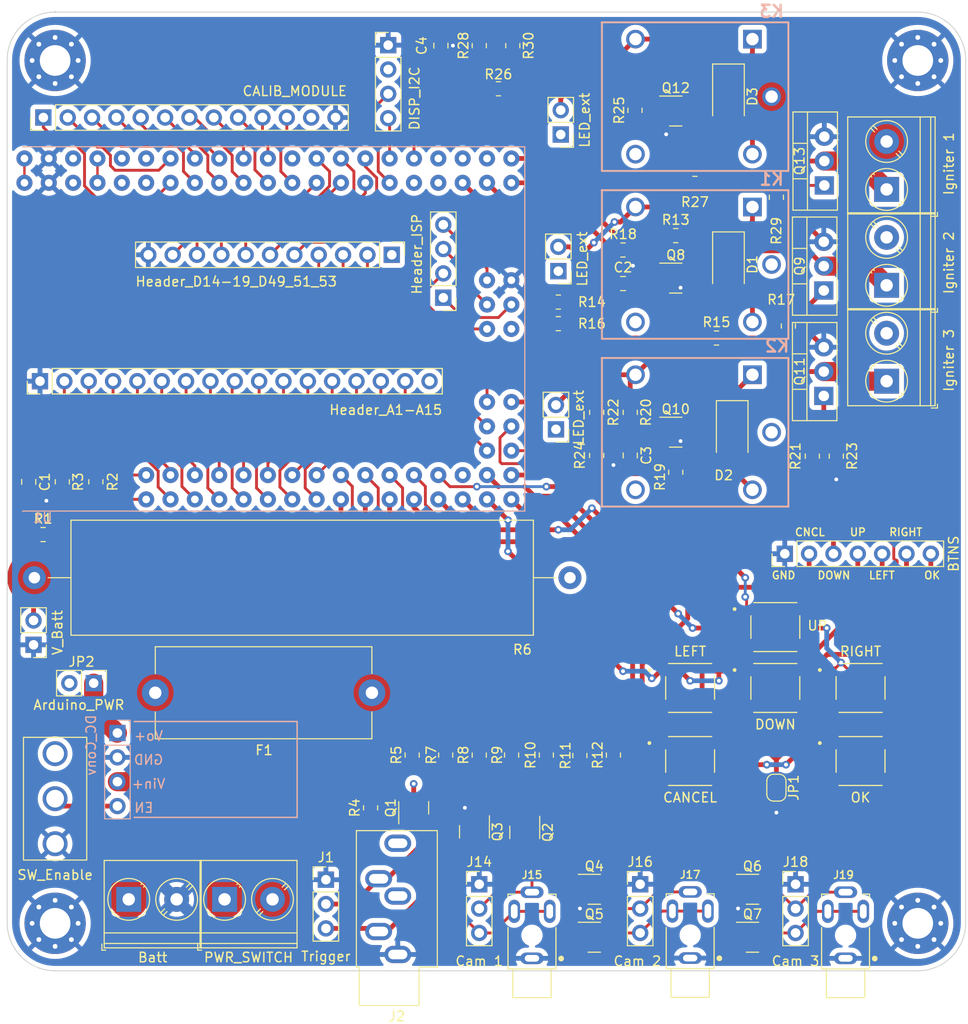
<source format=kicad_pcb>
(kicad_pcb (version 20211014) (generator pcbnew)
  (layers (0 "F.Cu" signal) (1 "In1.Cu" power) (2 "In2.Cu" power) (31 "B.Cu" power) (34 "B.Paste" user) (35 "F.Paste" user) (36 "B.SilkS" user "B.Silkscreen") (37 "F.SilkS" user "F.Silkscreen") (38 "B.Mask" user) (39 "F.Mask" user) (44 "Edge.Cuts" user))
  (net 0 "")
  (net 1 "/BATT_SENSE")
  (net 2 "GND")
  (net 3 "/SENSE_1")
  (net 4 "/SENSE_2")
  (net 5 "/SENSE_0")
  (net 6 "+5V")
  (net 7 "Net-(D1-Pad2)")
  (net 8 "Net-(D2-Pad2)")
  (net 9 "Net-(D3-Pad2)")
  (net 10 "Net-(F1-Pad1)")
  (net 11 "+12V")
  (net 12 "/A1")
  (net 13 "/A2")
  (net 14 "/A3")
  (net 15 "/A4")
  (net 16 "/A5")
  (net 17 "/A6")
  (net 18 "/A7")
  (net 19 "/A8")
  (net 20 "/A9")
  (net 21 "/A10")
  (net 22 "/A11")
  (net 23 "/A12")
  (net 24 "/A13")
  (net 25 "/D19")
  (net 26 "/D18")
  (net 27 "/D17")
  (net 28 "/D16")
  (net 29 "/D53")
  (net 30 "/D51")
  (net 31 "/MOSI")
  (net 32 "/MISO")
  (net 33 "/SCK")
  (net 34 "/RST")
  (net 35 "/BTN_CNCL")
  (net 36 "/BTN_DOWN")
  (net 37 "/BTN_UP")
  (net 38 "/BTN_LEFT")
  (net 39 "/BTN_RIGHT")
  (net 40 "/BTN_OK")
  (net 41 "/VO+")
  (net 42 "/EN")
  (net 43 "/LED_1")
  (net 44 "/LED_2")
  (net 45 "/LED_3")
  (net 46 "/LED_4")
  (net 47 "/LED_5")
  (net 48 "/LED_6")
  (net 49 "/LED_7")
  (net 50 "/LED_8")
  (net 51 "/LED_9")
  (net 52 "/LED_10")
  (net 53 "/LED_G")
  (net 54 "/DISP_SDA")
  (net 55 "/DISP_SCL")
  (net 56 "12V_LTD")
  (net 57 "Net-(J20-Pad2)")
  (net 58 "Net-(J21-Pad2)")
  (net 59 "Net-(J22-Pad2)")
  (net 60 "Net-(J23-Pad2)")
  (net 61 "Net-(J24-Pad2)")
  (net 62 "Net-(JP1-Pad1)")
  (net 63 "Net-(Q1-Pad1)")
  (net 64 "Net-(Q2-Pad1)")
  (net 65 "Net-(Q3-Pad1)")
  (net 66 "Net-(Q4-Pad1)")
  (net 67 "Net-(Q5-Pad1)")
  (net 68 "Net-(Q6-Pad1)")
  (net 69 "Net-(Q7-Pad1)")
  (net 70 "Net-(Q8-Pad1)")
  (net 71 "Net-(Q9-Pad1)")
  (net 72 "Net-(Q10-Pad1)")
  (net 73 "Net-(Q11-Pad1)")
  (net 74 "Net-(Q12-Pad1)")
  (net 75 "Net-(Q13-Pad1)")
  (net 76 "Net-(R1-Pad2)")
  (net 77 "/TRIGGER_LED")
  (net 78 "/TRIGGER")
  (net 79 "/PRE_CAM_0")
  (net 80 "/SHUTTER_CAM_0")
  (net 81 "/PRE_CAM_1")
  (net 82 "/SHUTTER_CAM_1")
  (net 83 "/PRE_CAM_2")
  (net 84 "/SHUTTER_CAM_2")
  (net 85 "/PRIME_1")
  (net 86 "Net-(R14-Pad2)")
  (net 87 "/FIRE_1")
  (net 88 "/PRIME_2")
  (net 89 "Net-(R20-Pad2)")
  (net 90 "/FIRE_2")
  (net 91 "/PRIME_0")
  (net 92 "Net-(R26-Pad2)")
  (net 93 "/FIRE_0")
  (net 95 "unconnected-(U1-PadVIN_1)")
  (net 96 "unconnected-(U1-Pad3V3_1)")
  (net 102 "/D15")
  (net 103 "/D14")
  (net 104 "/A14")
  (net 105 "/A15")
  (net 106 "/D49")
  (net 107 "Net-(J1-Pad2)")
  (net 108 "Net-(J1-Pad3)")
  (net 109 "Net-(J8-Pad1)")
  (net 110 "Net-(J14-Pad2)")
  (net 111 "Net-(J14-Pad3)")
  (net 112 "Net-(J16-Pad2)")
  (net 113 "Net-(J16-Pad3)")
  (net 114 "Net-(J18-Pad2)")
  (net 115 "Net-(J18-Pad3)")
  (net 116 "Net-(J25-Pad2)")
  (footprint "cui-2:CUI_SJ1-2503A" (layer "F.Cu") (at 168.0041 141.1736 180)
    (fp_text reference "J17")
    (fp_text value "SJ1-2503A" hide)
  )
  (footprint "TerminalBlock_Phoenix:TerminalBlock_Phoenix_PT-1,5-2-5.0-H_1x02_P5.00mm_Horizontal" (layer "F.Cu") (at 188.5 81 90)
    (fp_text reference "J23" hide)
    (fp_text value "Screw_Terminal_01x02" hide)
  )
  (footprint "custom_footprints:Fuseholder_Cylinder-5x20mm_Wuerth_WR-FSH" (layer "F.Cu") (at 134.8 113.5 180)
    (fp_text reference "F1")
    (fp_text value "Fuse" hide)
  )
  (footprint "TS-1187A-B-A-B:SW_TS-1187A-B-A-B" (layer "F.Cu") (at 185.78 113)
    (fp_text reference "S5" hide)
    (fp_text value "PCB_Btn_OK" hide)
  )
  (footprint "Resistor_SMD:R_0805_2012Metric_Pad1.20x1.40mm_HandSolder" (layer "F.Cu") (at 134.6625 125.5 90)
    (fp_text reference "R4")
    (fp_text value "4k7" hide)
  )
  (footprint "cui-2:CUI_SJ1-2503A" (layer "F.Cu") (at 151.5 141.2 180)
    (fp_text reference "J15")
    (fp_text value "SJ1-2503A" hide)
  )
  (footprint "Connector_PinHeader_2.54mm:PinHeader_1x13_P2.54mm_Vertical" (layer "F.Cu") (at 100.525 53.5 90)
    (fp_text reference "J12" hide)
    (fp_text value "CALIB_MODULE")
  )
  (footprint "Connector_PinHeader_2.54mm:PinHeader_1x03_P2.54mm_Vertical" (layer "F.Cu") (at 146 133.475)
    (fp_text reference "J14")
    (fp_text value "Conn_01x03_Male" hide)
  )
  (footprint "Resistor_SMD:R_0805_2012Metric_Pad1.20x1.40mm_HandSolder" (layer "F.Cu") (at 149.5 46 -90)
    (fp_text reference "R30")
    (fp_text value "1M" hide)
  )
  (footprint "Resistor_SMD:R_0805_2012Metric_Pad1.20x1.40mm_HandSolder" (layer "F.Cu") (at 166.5 65.82)
    (fp_text reference "R13")
    (fp_text value "4k7" hide)
  )
  (footprint "Connector_PinHeader_2.54mm:PinHeader_1x02_P2.54mm_Vertical" (layer "F.Cu") (at 99.5 108.5 180)
    (fp_text reference "J6" hide)
    (fp_text value "V_Batt")
  )
  (footprint "TerminalBlock_Phoenix:TerminalBlock_Phoenix_PT-1,5-2-5.0-H_1x02_P5.00mm_Horizontal" (layer "F.Cu") (at 119.43 135.05)
    (fp_text reference "J8" hide)
    (fp_text value "PWR_SWITCH")
  )
  (footprint "Package_TO_SOT_SMD:SOT-23" (layer "F.Cu") (at 166.5 70.25)
    (fp_text reference "Q8")
    (fp_text value "MMBT2222A 1P" hide)
  )
  (footprint "Resistor_SMD:R_0805_2012Metric_Pad1.20x1.40mm_HandSolder" (layer "F.Cu") (at 146 120 90)
    (fp_text reference "R8")
    (fp_text value "4k7" hide)
  )
  (footprint "Resistor_SMD:R_0805_2012Metric_Pad1.20x1.40mm_HandSolder" (layer "F.Cu") (at 139 120 90)
    (fp_text reference "R5")
    (fp_text value "4k7" hide)
  )
  (footprint "Package_TO_SOT_SMD:SOT-23" (layer "F.Cu") (at 139.1625 125.5 90)
    (fp_text reference "Q1")
    (fp_text value "MMBT2222A 1P" hide)
  )
  (footprint "Resistor_SMD:R_0805_2012Metric_Pad1.20x1.40mm_HandSolder" (layer "F.Cu") (at 102.5 91.5 -90)
    (fp_text reference "R3")
    (fp_text value "1M" hide)
  )
  (footprint "Connector_PinHeader_2.54mm:PinHeader_1x17_P2.54mm_Vertical" (layer "F.Cu") (at 100.175 81 90)
    (fp_text reference "J3" hide)
    (fp_text value "Header_A1-A15")
  )
  (footprint "Connector_PinHeader_2.54mm:PinHeader_1x04_P2.54mm_Vertical" (layer "F.Cu") (at 142.25 72.3 180)
    (fp_text reference "J7" hide)
    (fp_text value "Header_ISP")
  )
  (footprint "Resistor_SMD:R_0805_2012Metric_Pad1.20x1.40mm_HandSolder" (layer "F.Cu") (at 154.25 75)
    (fp_text reference "R16")
    (fp_text value "1M" hide)
  )
  (footprint "Package_TO_SOT_THT:TO-220-3_Vertical" (layer "F.Cu") (at 181.945 82.54 90)
    (fp_text reference "Q11")
    (fp_text value "IRLB8721PbF" hide)
  )
  (footprint "Package_TO_SOT_SMD:SOT-23" (layer "F.Cu") (at 174.5 139)
    (fp_text reference "Q7")
    (fp_text value "MMBT2222A 1P" hide)
  )
  (footprint "Resistor_SMD:R_0805_2012Metric_Pad1.20x1.40mm_HandSolder" (layer "F.Cu") (at 146 46 90)
    (fp_text reference "R28")
    (fp_text value "1M" hide)
  )
  (footprint "TerminalBlock_Phoenix:TerminalBlock_Phoenix_PT-1,5-2-5.0-H_1x02_P5.00mm_Horizontal" (layer "F.Cu") (at 188.5 71 90)
    (fp_text reference "J21" hide)
    (fp_text value "Screw_Terminal_01x02" hide)
  )
  (footprint "Resistor_SMD:R_0805_2012Metric_Pad1.20x1.40mm_HandSolder" (layer "F.Cu") (at 100.5 97)
    (fp_text reference "R1")
    (fp_text value "1M" hide)
  )
  (footprint "MountingHole:MountingHole_3.2mm_M3_Pad_Via" (layer "F.Cu") (at 101.75 47.55)
    (fp_text reference "H3" hide)
    (fp_text value "MountingHole" hide)
  )
  (footprint "Resistor_SMD:R_0805_2012Metric_Pad1.20x1.40mm_HandSolder" (layer "F.Cu") (at 160 120 90)
    (fp_text reference "R12")
    (fp_text value "4k7" hide)
  )
  (footprint "Capacitor_SMD:C_0805_2012Metric_Pad1.18x1.45mm_HandSolder" (layer "F.Cu") (at 161 70.82)
    (fp_text reference "C2")
    (fp_text value "100n" hide)
  )
  (footprint "Connector_PinHeader_2.54mm:PinHeader_1x02_P2.54mm_Vertical" (layer "F.Cu") (at 154 86.025 180)
    (fp_text reference "J22" hide)
    (fp_text value "LED_ext")
  )
  (footprint "Package_TO_SOT_THT:TO-220-3_Vertical" (layer "F.Cu") (at 181.945 71.54 90)
    (fp_text reference "Q9")
    (fp_text value "IRLB8721PbF" hide)
  )
  (footprint "MountingHole:MountingHole_3.2mm_M3_Pad_Via" (layer "F.Cu") (at 191.75 47.55)
    (fp_text reference "H4" hide)
    (fp_text value "MountingHole" hide)
  )
  (footprint "Capacitor_SMD:C_0805_2012Metric_Pad1.18x1.45mm_HandSolder" (layer "F.Cu") (at 161.75 88.75 -90)
    (fp_text reference "C3")
    (fp_text value "100n" hide)
  )
  (footprint "Connector_PinHeader_2.54mm:PinHeader_1x07_P2.54mm_Vertical" (layer "F.Cu") (at 177.875 99 90)
    (fp_text reference "J10" hide)
    (fp_text value "BTNS")
  )
  (footprint "cui-2:CUI_SJ1-2503A" (layer "F.Cu") (at 184.2153 141.2 180)
    (fp_text reference "J19")
    (fp_text value "SJ1-2503A" hide)
  )
  (footprint "Capacitor_SMD:C_0805_2012Metric_Pad1.18x1.45mm_HandSolder" (layer "F.Cu") (at 99 91.5 -90)
    (fp_text reference "C1")
    (fp_text value "100n" hide)
  )
  (footprint "Connector_PinHeader_2.54mm:PinHeader_1x03_P2.54mm_Vertical" (layer "F.Cu") (at 162.7888 133.475)
    (fp_text reference "J16")
    (fp_text value "Conn_01x03_Male" hide)
  )
  (footprint "Resistor_SMD:R_0805_2012Metric_Pad1.20x1.40mm_HandSolder" (layer "F.Cu") (at 142.5 120 -90)
    (fp_text reference "R7")
    (fp_text value "4k7" hide)
  )
  (footprint "custom_footprints:R_Axial_Power_L48.0mm_W10mm_P55.88mm" (layer "F.Cu") (at 99.585 101.5)
    (fp_text reference "R6")
    (fp_text value "1R" hide)
  )
  (footprint "Resistor_SMD:R_0805_2012Metric_Pad1.20x1.40mm_HandSolder" (layer "F.Cu") (at 161.75 84.25 -90)
    (fp_text reference "R20")
    (fp_text value "1M" hide)
  )
  (footprint "Package_TO_SOT_SMD:SOT-23" (layer "F.Cu") (at 166.5 52.82)
    (fp_text reference "Q12")
    (fp_text value "MMBT2222A 1P" hide)
  )
  (footprint "Capacitor_SMD:C_0805_2012Metric_Pad1.18x1.45mm_HandSolder" (layer "F.Cu") (at 142 46 -90)
    (fp_text reference "C4")
    (fp_text value "100n" hide)
  )
  (footprint "Resistor_SMD:R_0805_2012Metric_Pad1.20x1.40mm_HandSolder" (layer "F.Cu") (at 161 67.32)
    (fp_text reference "R18")
    (fp_text value "1M" hide)
  )
  (footprint "Resistor_SMD:R_0805_2012Metric_Pad1.20x1.40mm_HandSolder" (layer "F.Cu") (at 180.75 88.82 90)
    (fp_text reference "R21")
    (fp_text value "100R" hide)
  )
  (footprint "Package_TO_SOT_THT:TO-220-3_Vertical" (layer "F.Cu") (at 182 60.58 90)
    (fp_text reference "Q13")
    (fp_text value "IRLB8721PbF" hide)
  )
  (footprint "Connector_PinHeader_2.54mm:PinHeader_1x04_P2.54mm_Vertical" (layer "F.Cu") (at 136.5 45.95)
    (fp_text reference "J13" hide)
    (fp_text value "DISP_I2C")
  )
  (footprint "Connector_PinHeader_2.54mm:PinHeader_1x11_P2.54mm_Vertical" (layer "F.Cu") (at 136.875 67.818 -90)
    (fp_text reference "J4" hide)
    (fp_text value "Header_D14-19_D49_51_53")
  )
  (footprint "MountingHole:MountingHole_3.2mm_M3_Pad_Via" (layer "F.Cu") (at 191.75 137.55)
    (fp_text reference "H1" hide)
    (fp_text value "MountingHole" hide)
  )
  (footprint "TerminalBlock_Phoenix:TerminalBlock_Phoenix_PT-1,5-2-5.0-H_1x02_P5.00mm_Horizontal" (layer "F.Cu") (at 188.5 61 90)
    (fp_text reference "J25" hide)
    (fp_text value "Screw_Terminal_01x02" hide)
  )
  (footprint "Resistor_SMD:R_0805_2012Metric_Pad1.20x1.40mm_HandSolder" (layer "F.Cu") (at 154.25 72.75 180)
    (fp_text reference "R14")
    (fp_text value "1M" hide)
  )
  (footprint "Resistor_SMD:R_0805_2012Metric_Pad1.20x1.40mm_HandSolder" (layer "F.Cu") (at 158.25 84.25 90)
    (fp_text reference "R22")
    (fp_text value "1M" hide)
  )
  (footprint "Package_TO_SOT_SMD:SOT-23" (layer "F.Cu") (at 166.5 86.32)
    (fp_text reference "Q10")
    (fp_text value "MMBT2222A 1P" hide)
  )
  (footprint "Package_TO_SOT_SMD:SOT-23" (layer "F.Cu") (at 145.5 128 -90)
    (fp_text reference "Q3")
    (fp_text value "MMBT2222A 1P" hide)
  )
  (footprint "Package_TO_SOT_SMD:SOT-23" (layer "F.Cu") (at 150.75 128.0625 -90)
    (fp_text reference "Q2")
    (fp_text value "MMBT2222A 1P" hide)
  )
  (footprint "Resistor_SMD:R_0805_2012Metric_Pad1.20x1.40mm_HandSolder" (layer "F.Cu") (at 148 50.5 180)
    (fp_text reference "R26")
    (fp_text value "1M" hide)
  )
  (footprint "Diode_SMD:D_SMA" (layer "F.Cu") (at 172.38882 86.4328 -90)
    (fp_text reference "D2")
    (fp_text value "SM4007" hide)
  )
  (footprint "Resistor_SMD:R_0805_2012Metric_Pad1.20x1.40mm_HandSolder" (layer "F.Cu") (at 178.25 75.25 -90)
    (fp_text reference "R17")
    (fp_text value "47k" hide)
  )
  (footprint "Resistor_SMD:R_0805_2012Metric_Pad1.20x1.40mm_HandSolder" (layer "F.Cu") (at 158.25 88.75 -90)
    (fp_text reference "R24")
    (fp_text value "1M" hide)
  )
  (footprint "Resistor_SMD:R_0805_2012Metric_Pad1.20x1.40mm_HandSolder" (layer "F.Cu") (at 168.5 60.37)
    (fp_text reference "R27")
    (fp_text value "100R" hide)
  )
  (footprint "Package_TO_SOT_SMD:SOT-23" (layer "F.Cu") (at 158 139)
    (fp_text reference "Q5")
    (fp_text value "MMBT2222A 1P" hide)
  )
  (footprint "TerminalBlock_Phoenix:TerminalBlock_Phoenix_PT-1,5-2-5.0-H_1x02_P5.00mm_Horizontal" (layer "F.Cu") (at 109.43 135.05)
    (fp_text reference "J9" hide)
    (fp_text value "Batt")
  )
  (footprint "TS-1187A-B-A-B:SW_TS-1187A-B-A-B" (layer "F.Cu") (at 176.89 106.65)
    (fp_text reference "S3" hide)
    (fp_text value "PCB_Btn_+" hide)
  )
  (footprint "Resistor_SMD:R_0805_2012Metric_Pad1.20x1.40mm_HandSolder" (layer "F.Cu") (at 162.25 52.75 90)
    (fp_text reference "R25")
    (fp_text value "4k7" hide)
  )
  (footprint "TS-1187A-B-A-B:SW_TS-1187A-B-A-B" (layer "F.Cu") (at 168 120.62)
    (fp_text reference "S1" hide)
    (fp_text value "PCB_Btn_Cncl" hide)
  )
  (footprint "TS-1187A-B-A-B:SW_TS-1187A-B-A-B" (layer "F.Cu") (at 185.78 120.62)
    (fp_text reference "S6" hide)
    (fp_text value "PCB_Btn_OK" hide)
  )
  (footprint "MountingHole:MountingHole_3.2mm_M3_Pad_Via" (layer "F.Cu") (at 101.75 137.55)
    (fp_text reference "H2" hide)
    (fp_text value "MountingHole" hide)
  )
  (footprint "Jumper:SolderJumper-2_P1.3mm_Open_RoundedPad1.0x1.5mm" (layer "F.Cu") (at 177 123.4 -90)
    (fp_text reference "JP1")
    (fp_text value "Enable_PCB_Buttons" hide)
  )
  (footprint "Resistor_SMD:R_0805_2012Metric_Pad1.20x1.40mm_HandSolder" (layer "F.Cu") (at 156.5 120.05 -90)
    (fp_text reference "R11")
    (fp_text value "4k7" hide)
  )
  (footprint "Connector_PinHeader_2.54mm:PinHeader_1x03_P2.54mm_Vertical" (layer "F.Cu") (at 130 133)
    (fp_text reference "J1")
    (fp_text value "Conn_01x03_Male" hide)
  )
  (footprint "Resistor_SMD:R_0805_2012Metric_Pad1.20x1.40mm_HandSolder" (layer "F.Cu") (at 149.375 120 -90)
    (fp_text reference "R9")
    (fp_text value "4k7" hide)
  )
  (footprint "TS-1187A-B-A-B:SW_TS-1187A-B-A-B" (layer "F.Cu") (at 176.89 113)
    (fp_text reference "S2" hide)
    (fp_text value "PCB_Btn_-" hide)
  )
  (footprint "Connector_Audio:Jack_3.5mm_CUI_SJ1-3535NG_Horizontal" (layer "F.Cu") (at 137.5 140.8 180)
    (fp_text reference "J2")
    (fp_text value "AudioJack3.5mm" hide)
  )
  (footprint "Diode_SMD:D_SMA" (layer "F.Cu") (at 172 68.83 -90)
    (fp_text reference "D1")
    (fp_text value "SM4007" hide)
  )
  (footprint "TS-1187A-B-A-B:SW_TS-1187A-B-A-B" (layer "F.Cu") (at 168 113)
    (fp_text reference "S4" hide)
    (fp_text value "PCB_Btn_OK" hide)
  )
  (footprint "Connector_PinHeader_2.54mm:PinHeader_1x02_P2.54mm_Vertical" (layer "F.Cu") (at 154.25 69.525 180)
    (fp_text reference "J20" hide)
    (fp_text value "LED_ext")
  )
  (footprint "Resistor_SMD:R_0805_2012Metric_Pad1.20x1.40mm_HandSolder" (layer "F.Cu") (at 153 120 90)
    (fp_text reference "R10")
    (fp_text value "4k7" hide)
  )
  (footprint "Diode_SMD:D_SMA" (layer "F.Cu") (at 172 51.32 -90)
    (fp_text reference "D3")
    (fp_text value "SM4007" hide)
  )
  (footprint "Resistor_SMD:R_0805_2012Metric_Pad1.20x1.40mm_HandSolder" (layer "F.Cu") (at 183.25 88.82 -90)
    (fp_text reference "R23")
    (fp_text value "47k" hide)
  )
  (footprint "Connector_PinHeader_2.54mm:PinHeader_1x02_P2.54mm_Vertical" (layer "F.Cu") (at 105.775 112.5 -90)
    (fp_text reference "JP2")
    (fp_text value "Arduino_PWR")
  )
  (footprint "Package_TO_SOT_SMD:SOT-23" (layer "F.Cu") (at 158 134)
    (fp_text reference "Q4")
    (fp_text value "MMBT2222A 1P" hide)
  )
  (footprint "Resistor_SMD:R_0805_2012Metric_Pad1.20x1.40mm_HandSolder" (layer "F.Cu") (at 166.5 90.5 90)
    (fp_text reference "R19")
    (fp_text value "4k7" hide)
  )
  (footprint "Package_TO_SOT_SMD:SOT-23" (layer "F.Cu") (at 174.5 134)
    (fp_text reference "Q6")
    (fp_text value "MMBT2222A 1P" hide)
  )
  (footprint "Resistor_SMD:R_0805_2012Metric_Pad1.20x1.40mm_HandSolder" (layer "F.Cu") (at 106 91.5 90)
    (fp_text reference "R2")
    (fp_text value "1M" hide)
  )
  (footprint "Connector_PinHeader_2.54mm:PinHeader_1x03_P2.54mm_Vertical" (layer "F.Cu") (at 179 133.475)
    (fp_text reference "J18")
    (fp_text value "Conn_01x03_Male" hide)
  )
  (footprint "Resistor_SMD:R_0805_2012Metric_Pad1.20x1.40mm_HandSolder" (layer "F.Cu") (at 170.75 76.5)
    (fp_text reference "R15")
    (fp_text value "100R" hide)
  )
  (footprint "Connector_PinHeader_2.54mm:PinHeader_1x02_P2.54mm_Vertical" (layer "F.Cu") (at 154.5 55.275 180)
    (fp_text reference "J24" hide)
    (fp_text value "LED_ext")
  )
  (footprint "custom_footprints:Saleforce_T80-S_TS-13_Slide_Switch" (layer "F.Cu") (at 101.75 124.55)
    (fp_text reference "SW1" hide)
    (fp_text value "SW_Enable")
  )
  (footprint "Resistor_SMD:R_0805_2012Metric_Pad1.20x1.40mm_HandSolder" (layer "F.Cu") (at 177 61.82 -90)
    (fp_text reference "R29")
    (fp_text value "47k" hide)
  )
  (footprint "CUI Relays:PR12-5V-360-1C" (layer "B.Cu") (at 176.5 86.33 180)
    (fp_text reference "K2")
    (fp_text value "PR12-5V-360-1C" hide)
  )
  (footprint "MEGA_PRO_EMBED_CH340G___ATMEGA2560:MODULE_MEGA_PRO_EMBED_CH340G___ATMEGA2560" (layer "B.Cu") (at 123.75 75.55)
    (fp_text reference "U1")
    (fp_text value "MEGA_PRO_ATMEGA2560" hide)
  )
  (footprint "Connector_PinHeader_2.54mm:PinHeader_1x04_P2.54mm_Vertical" (layer "B.Cu") (at 108.25 117.7 180)
    (fp_text reference "J11" hide)
    (fp_text value "DC_Conv")
  )
  (footprint "CUI Relays:PR12-5V-360-1C" (layer "B.Cu") (at 176.5 51.32 180)
    (fp_text reference "K3")
    (fp_text value "PR12-5V-360-1C" hide)
  )
  (footprint "CUI Relays:PR12-5V-360-1C" (layer "B.Cu") (at 176.5 68.83 180)
    (fp_text reference "K1")
    (fp_text value "PR12-5V-360-1C" hide)
  )
  (gr_line (start 127 126.5) (end 127 116.5) (layer "B.SilkS") (width 0.15))
  (gr_line (start 127 116.5) (end 110 116.5) (layer "B.SilkS") (width 0.15))
  (gr_line (start 110 126.5) (end 127 126.5) (layer "B.SilkS") (width 0.15))
  (gr_line (start 191.75 142.5) (end 101.75 142.5) (layer "Edge.Cuts") (width 0.1))
  (gr_line (start 96.75 137.5) (end 96.75 47.5) (layer "Edge.Cuts") (width 0.1))
  (gr_arc (start 101.75 142.5) (mid 98.214466 141.035534) (end 96.75 137.5) (layer "Edge.Cuts") (width 0.1))
  (gr_arc (start 191.75 42.5) (mid 195.285534 43.964466) (end 196.75 47.5) (layer "Edge.Cuts") (width 0.1))
  (gr_arc (start 96.75 47.5) (mid 98.214466 43.964466) (end 101.75 42.5) (layer "Edge.Cuts") (width 0.1))
  (gr_line (start 196.75 47.5) (end 196.75 137.5) (layer "Edge.Cuts") (width 0.1))
  (gr_line (start 101.75 42.5) (end 191.75 42.5) (layer "Edge.Cuts") (width 0.1))
  (gr_arc (start 196.75 137.5) (mid 195.285534 141.035534) (end 191.75 142.5) (layer "Edge.Cuts") (width 0.1))
  (gr_arc (start 101.75 42.5) (mid 101.75 42.5) (end 101.75 42.5) (layer "Edge.Cuts") (width 0.1))
  (gr_text "Vin+" (at 111.5 123) (layer "B.SilkS") (effects (font (size 1 1)) (justify mirror)))
  (gr_text "GND" (at 111.5 120.5) (layer "B.SilkS") (effects (font (size 1 1)) (justify mirror)))
  (gr_text "Vo+" (at 111.5 118) (layer "B.SilkS") (effects (font (size 1 1)) (justify mirror)))
  (gr_text "EN" (at 111 125.5) (layer "B.SilkS") (effects (font (size 1 1)) (justify mirror)))
  (gr_text "UP\n" (at 185.5 96.75) (layer "F.SilkS") (effects (font (size 0.8 0.8))))
  (gr_text "Cam 1" (at 146 141.5) (layer "F.SilkS") (effects (font (size 1 1))))
  (gr_text "CNCL" (at 180.5 96.75) (layer "F.SilkS") (effects (font (size 0.8 0.8))))
  (gr_text "UP" (at 181.28 106.5) (layer "F.SilkS") (effects (font (size 1 1))))
  (gr_text "Cam 2" (at 162.5 141.5) (layer "F.SilkS") (effects (font (size 1 1))))
  (gr_text "RIGHT\n" (at 190.5 96.75) (layer "F.SilkS") (effects (font (size 0.8 0.8))))
  (gr_text "LEFT" (at 188 101.25) (layer "F.SilkS") (effects (font (size 0.8 0.8))))
  (gr_text "OK" (at 185.78 124.43) (layer "F.SilkS") (effects (font (size 1 1))))
  (gr_text "DOWN" (at 183 101.25) (layer "F.SilkS") (effects (font (size 0.8 0.8))))
  (gr_text "Cam 3" (at 179 141.5) (layer "F.SilkS") (effects (font (size 1 1))))
  (gr_text "CANCEL" (at 168 124.43) (layer "F.SilkS") (effects (font (size 1 1))))
  (gr_text "Trigger" (at 130 141) (layer "F.SilkS") (effects (font (size 1 1))))
  (gr_text "LEFT" (at 168 109.19) (layer "F.SilkS") (effects (font (size 1 1))))
  (gr_text "RIGHT" (at 185.78 109.19) (layer "F.SilkS") (effects (font (size 1 1))))
  (gr_text "DOWN" (at 176.89 116.81) (layer "F.SilkS") (effects (font (size 1 1))))
  (gr_text "OK" (at 193.25 101.25) (layer "F.SilkS") (effects (font (size 0.8 0.8))))
  (gr_text "GND\n" (at 177.75 101.25) (layer "F.SilkS") (effects (font (size 0.8 0.8))))
  (segment (start 108.5 92.5) (end 109.33 93.33) (width 0.3) (layer "F.Cu") (net 1))
  (segment (start 109.33 93.33) (end 111.25 93.33) (width 0.3) (layer "F.Cu") (net 1))
  (segment (start 99 90.4625) (end 107.4625 90.4625) (width 0.3) (layer "F.Cu") (net 1))
  (segment (start 107.4625 90.4625) (end 108.5 91.5) (width 0.3) (layer "F.Cu") (net 1))
  (segment (start 108.5 91.5) (end 108.5 92.5) (width 0.3) (layer "F.Cu") (net 1))
  (segment (start 151.5 141.2) (end 155.8125 141.2) (width 0.3) (layer "F.Cu") (net 2))
  (segment (start 160 89.75) (end 161.7125 89.75) (width 0.5) (layer "F.Cu") (net 2))
  (segment (start 165.5 53.8325) (end 165.5625 53.77) (width 0.3) (layer "F.Cu") (net 2))
  (segment (start 143.0375 46) (end 142 47.0375) (width 0.3) (layer "F.Cu") (net 2))
  (segment (start 166.98 87.27) (end 167 87.25) (width 0.3) (layer "F.Cu") (net 2))
  (segment (start 166.95 71.2) (end 167 71.25) (width 0.5) (layer "F.Cu") (net 2))
  (segment (start 173.5625 139.95) (end 172.3389 141.1736) (width 0.3) (layer "F.Cu") (net 2))
  (segment (start 177 126) (end 177 124.05) (width 0.3) (layer "F.Cu") (net 2))
  (segment (start 146 133.475) (end 146 130.925) (width 0.3) (layer "F.Cu") (net 2))
  (segment (start 181.945 66.46) (end 178.305 62.82) (width 0.5) (layer "F.Cu") (net 2))
  (segment (start 155.8125 141.2) (end 157.0625 139.95) (width 0.3) (layer "F.Cu") (net 2))
  (segment (start 183.25 91.25) (end 183.25 89.82) (width 0.5) (layer "F.Cu") (net 2))
  (segment (start 144.55 125.55) (end 144.5 125.5) (width 0.3) (layer "F.Cu") (net 2))
  (segment (start 165.5 55.25) (end 165.5 53.8325) (width 0.3) (layer "F.Cu") (net 2))
  (segment (start 162.0375 68.9625) (end 162.0375 67.3575) (width 0.5) (layer "F.Cu") (net 2))
  (segment (start 101.528 93.472) (end 102.5 92.5) (width 0.3) (layer "F.Cu") (net 2))
  (segment (start 161.7125 89.75) (end 161.75 89.7875) (width 0.5) (layer "F.Cu") (net 2))
  (segment (start 162.2175 71) (end 162.0375 70.82) (width 0.5) (layer "F.Cu") (net 2))
  (segment (start 149.5 47) (end 148.5 46) (width 0.3) (layer "F.Cu") (net 2))
  (segment (start 156.5 135.5125) (end 157.0625 134.95) (width 0.3) (layer "F.Cu") (net 2))
  (segment (start 100.838 93.472) (end 99.9345 93.472) (width 0.3) (layer "F.Cu") (net 2))
  (segment (start 99.9345 93.472) (end 99 92.5375) (width 0.3) (layer "F.Cu") (net 2))
  (segment (start 180.735 76.25) (end 181.945 77.46) (width 0.5) (layer "F.Cu") (net 2))
  (segment (start 100.838 93.472) (end 101.528 93.472) (width 0.3) (layer "F.Cu") (net 2))
  (segment (start 144.55 127.0625) (end 144.55 125.55) (width 0.3) (layer "F.Cu") (net 2))
  (segment (start 173 136) (end 173 135.5125) (width 0.3) (layer "F.Cu") (net 2))
  (segment (start 165.5625 87.27) (end 166.98 87.27) (width 0.3) (layer "F.Cu") (net 2))
  (segment (start 165.5625 71.2) (end 166.95 71.2) (width 0.3) (layer "F.Cu") (net 2))
  (segment (start 143.25 46) (end 143.0375 46) (width 0.3) (layer "F.Cu") (net 2))
  (segment (start 173 135.5125) (end 173.5625 134.95) (width 0.3) (layer "F.Cu") (net 2))
  (segment (start 148.5 46) (end 143.25 46) (width 0.3) (layer "F.Cu") (net 2))
  (segment (start 178.25 76.25) (end 180.735 76.25) (width 0.5) (layer "F.Cu") (net 2))
  (segment (start 156.5 136) (end 156.5 135.5125) (width 0.3) (layer "F.Cu") (net 2))
  (segment (start 178.305 62.82) (end 177 62.82) (width 0.5) (layer "F.Cu") (net 2))
  (segment (start 158.25 89.75) (end 160 89.75) (width 0.5) (layer "F.Cu") (net 2))
  (segment (start 162.0375 67.3575) (end 162 67.32) (width 0.5) (layer "F.Cu") (net 2))
  (segment (start 172.3389 141.1736) (end 168.0041 141.1736) (width 0.3) (layer "F.Cu") (net 2))
  (segment (start 162.0375 70.82) (end 162.0375 68.9625) (width 0.5) (layer "F.Cu") (net 2))
  (segment (start 146 130.925) (end 149.8 127.125) (width 0.3) (layer "F.Cu") (net 2))
  (via (at 183.25 91.25) (size 0.8) (drill 0.4) (layers "F.Cu" "B.Cu") (net 2))
  (via (at 167 71.25) (size 0.8) (drill 0.4) (layers "F.Cu" "B.Cu") (net 2))
  (via (at 177 126) (size 0.8) (drill 0.4) (layers "F.Cu" "B.Cu") (net 2))
  (via (at 144.5 125.5) (size 0.8) (drill 0.4) (layers "F.Cu" "B.Cu") (net 2))
  (via (at 156.5 136) (size 0.8) (drill 0.4) (layers "F.Cu" "B.Cu") (net 2))
  (via (at 162.0375 68.9625) (size 0.8) (drill 0.4) (layers "F.Cu" "B.Cu") (net 2))
  (via (at 165.5 55.25) (size 0.8) (drill 0.4) (layers "F.Cu" "B.Cu") (net 2))
  (via (at 167 87.25) (size 0.8) (drill 0.4) (layers "F.Cu" "B.Cu") (net 2))
  (via (at 160 89.75) (size 0.8) (drill 0.4) (layers "F.Cu" "B.Cu") (net 2))
  (via (at 143.25 46) (size 0.8) (drill 0.4) (layers "F.Cu" "B.Cu") (net 2))
  (via (at 100.838 93.472) (size 0.8) (drill 0.4) (layers "F.Cu" "B.Cu") (net 2))
  (via (at 173 136) (size 0.8) (drill 0.4) (layers "F.Cu" "B.Cu") (net 2))
  (segment (start 159.9625 70.82) (end 159.9625 67.3575) (width 0.5) (layer "F.Cu") (net 3))
  (segment (start 157.355 64.75) (end 157.5525 64.9475) (width 0.5) (layer "F.Cu") (net 3))
  (segment (start 159.9625 67.3575) (end 157.5525 64.9475) (width 0.5) (layer "F.Cu") (net 3))
  (segment (start 159.9625 70.82) (end 155.7825 75) (width 0.5) (layer "F.Cu") (net 3))
  (segment (start 148.71 64.75) (end 157.355 64.75) (width 0.5) (layer "F.Cu") (net 3))
  (segment (start 155.7825 75) (end 155.25 75) (width 0.5) (layer "F.Cu") (net 3))
  (segment (start 159.9625 67.3575) (end 160 67.32) (width 0.3) (layer "F.Cu") (net 3))
  (segment (start 144.27 60.31) (end 148.71 64.75) (width 0.5) (layer "F.Cu") (net 3))
  (segment (start 158.2875 87.7125) (end 158.25 87.75) (width 0.5) (layer "F.Cu") (net 4))
  (segment (start 149.35 88.25) (end 157.75 88.25) (width 0.3) (layer "F.Cu") (net 4))
  (segment (start 157.1 86.6) (end 158.25 87.75) (width 0.5) (layer "F.Cu") (net 4))
  (segment (start 158.25 83.25) (end 157.1 84.4) (width 0.5) (layer "F.Cu") (net 4))
  (segment (start 157.1 84.4) (end 157.1 86.6) (width 0.5) (layer "F.Cu") (net 4))
  (segment (start 157.75 88.25) (end 158.25 87.75) (width 0.3) (layer "F.Cu") (net 4))
  (segment (start 161.75 87.7125) (end 158.2875 87.7125) (width 0.5) (layer "F.Cu") (net 4))
  (segment (start 142.0375 45) (end 142 44.9625) (width 0.3) (layer "F.Cu") (net 5))
  (segment (start 149.5 45) (end 142.0375 45) (width 0.3) (layer "F.Cu") (net 5))
  (segment (start 139.19 47.7725) (end 139.19 57.77) (width 0.3) (layer "F.Cu") (net 5))
  (segment (start 142 44.9625) (end 139.19 47.7725) (width 0.3) (layer "F.Cu") (net 5))
  (segment (start 172.38882 84.4328) (end 172.38882 82.44118) (width 0.5) (layer "F.Cu") (net 6))
  (segment (start 172.38882 82.44118) (end 174.5 80.33) (width 0.5) (layer "F.Cu") (net 6))
  (segment (start 174.5 64.33) (end 174.5 62.83) (width 0.5) (layer "F.Cu") (net 6))
  (segment (start 139.1625 123) (end 139.1625 124.5625) (width 0.5) (layer "F.Cu") (net 6))
  (segment (start 174.5 46.82) (end 174.5 45.32) (width 0.5) (layer "F.Cu") (net 6))
  (segment (start 172 66.83) (end 174.5 64.33) (width 0.5) (layer "F.Cu") (net 6))
  (segment (start 172 49.32) (end 174.5 46.82) (width 0.5) (layer "F.Cu") (net 6))
  (via (at 139.1625 123) (size 0.8) (drill 0.4) (layers "F.Cu" "B.Cu") (net 6))
  (segment (start 167.4375 70.25) (end 171.42 70.25) (width 0.5) (layer "F.Cu") (net 7))
  (segment (start 172 70.83) (end 174.5 73.33) (width 0.5) (layer "F.Cu") (net 7))
  (segment (start 174.5 73.33) (end 174.5 74.83) (width 0.5) (layer "F.Cu") (net 7))
  (segment (start 171.42 70.25) (end 172 70.83) (width 0.5) (layer "F.Cu") (net 7))
  (segment (start 172.38882 88.4328) (end 172.38882 90.21882) (width 0.5) (layer "F.Cu") (net 8))
  (segment (start 169.5503 88.4328) (end 167.4375 86.32) (width 0.5) (layer "F.Cu") (net 8))
  (segment (start 172.38882 90.21882) (end 174.5 92.33) (width 0.5) (layer "F.Cu") (net 8))
  (segment (start 172.38882 88.4328) (end 169.5503 88.4328) (width 0.5) (layer "F.Cu") (net 8))
  (segment (start 174.5 55.82) (end 172 53.32) (width 0.5) (layer "F.Cu") (net 9))
  (segment (start 174.5 57.32) (end 174.5 55.82) (width 0.5) (layer "F.Cu") (net 9))
  (segment (start 167.9375 53.32) (end 167.4375 52.82) (width 0.5) (layer "F.Cu") (net 9))
  (segment (start 172 53.32) (end 167.9375 53.32) (width 0.5) (layer "F.Cu") (net 9))
  (segment (start 124.43 135.05) (end 124.43 129.5) (width 4) (layer "F.Cu") (net 10))
  (segment (start 124.43 123.87) (end 134.8 113.5) (width 6) (layer "F.Cu") (net 10))
  (segment (start 124.5 129) (end 124.5 123.94) (width 6) (layer "F.Cu") (net 10))
  (segment (start 124.5 123.94) (end 124.43 123.87) (width 6) (layer "F.Cu") (net 10))
  (segment (start 99.5 105.96) (end 99.5 101.585) (width 0.5) (layer "F.Cu") (net 11))
  (segment (start 109.452081 122.78) (end 112.2 120.032081) (width 2) (layer "F.Cu") (net 11))
  (segment (start 112.2 113.5) (end 112.2 106.7) (width 6) (layer "F.Cu") (net 11))
  (segment (start 112.2 106.7) (end 107 101.5) (width 6) (layer "F.Cu") (net 11))
  (segment (start 99.585 101.5) (end 99.585 97.085) (width 0.3) (layer "F.Cu") (net 11))
  (segment (start 99.585 97.085) (end 99.5 97) (width 0.3) (layer "F.Cu") (net 11))
  (segment (start 107 101.5) (end 99.75 101.5) (width 6) (layer "F.Cu") (net 11))
  (segment (start 108.25 122.78) (end 109.452081 122.78) (width 2) (layer "F.Cu") (net 11))
  (segment (start 112.2 120.032081) (end 112.2 113.5) (width 2) (layer "F.Cu") (net 11))
  (segment (start 99.5 101.585) (end 99.585 101.5) (width 0.5) (layer "F.Cu") (net 11))
  (segment (start 102.715 84.215) (end 109.29 90.79) (width 0.3) (layer "F.Cu") (net 12))
  (segment (start 102.715 81) (end 102.715 84.215) (width 0.3) (layer "F.Cu") (net 12))
  (segment (start 109.29 90.79) (end 111.25 90.79) (width 0.3) (layer "F.Cu") (net 12))
  (segment (start 112.5 92.04) (end 113.79 93.33) (width 0.3) (layer "F.Cu") (net 13))
  (segment (start 105.255 85.255) (end 109 89) (width 0.3) (layer "F.Cu") (net 13))
  (segment (start 112.5 90.359631) (end 112.5 92.04) (width 0.3) (layer "F.Cu") (net 13))
  (segment (start 109 89) (end 111.140369 89) (width 0.3) (layer "F.Cu") (net 13))
  (segment (start 105.255 81) (end 105.255 85.255) (width 0.3) (layer "F.Cu") (net 13))
  (segment (start 111.140369 89) (end 112.5 90.359631) (width 0.3) (layer "F.Cu") (net 13))
  (segment (start 107.795 86.295) (end 109.5 88) (width 0.3) (layer "F.Cu") (net 14))
  (segment (start 107.795 81) (end 107.795 86.295) (width 0.3) (layer "F.Cu") (net 14))
  (segment (start 109.5 88) (end 111.5 88) (width 0.3) (layer "F.Cu") (net 14))
  (segment (start 113.79 90.29) (end 113.79 90.79) (width 0.3) (layer "F.Cu") (net 14))
  (segment (start 111.5 88) (end 113.79 90.29) (width 0.3) (layer "F.Cu") (net 14))
  (segment (start 110.335 85.335) (end 110.335 81) (width 0.3) (layer "F.Cu") (net 15))
  (segment (start 116.33 93.33) (end 114.9782 91.9782) (width 0.3) (layer "F.Cu") (net 15))
  (segment (start 114.9782 91.9782) (end 114.9782 89.9782) (width 0.3) (layer "F.Cu") (net 15))
  (segment (start 114.9782 89.9782) (end 110.335 85.335) (width 0.3) (layer "F.Cu") (net 15))
  (segment (start 116.33 89.83) (end 116.33 90.79) (width 0.3) (layer "F.Cu") (net 16))
  (segment (start 112.875 86.375) (end 116.33 89.83) (width 0.3) (layer "F.Cu") (net 16))
  (segment (start 112.875 81) (end 112.875 86.375) (width 0.3) (layer "F.Cu") (net 16))
  (segment (start 115.415 81) (end 115.415 87.415) (width 0.3) (layer "F.Cu") (net 17))
  (segment (start 117.6818 92.1418) (end 118.87 93.33) (width 0.3) (layer "F.Cu") (net 17))
  (segment (start 115.415 87.415) (end 117.6818 89.6818) (width 0.3) (layer "F.Cu") (net 17))
  (segment (start 117.6818 89.6818) (end 117.6818 92.1418) (width 0.3) (layer "F.Cu") (net 17))
  (segment (start 117.955 87.955) (end 118.87 88.87) (width 0.3) (layer "F.Cu") (net 18))
  (segment (start 118.87 88.87) (end 118.87 90.79) (width 0.3) (layer "F.Cu") (net 18))
  (segment (start 117.955 81) (end 117.955 87.955) (width 0.3) (layer "F.Cu") (net 18))
  (segment (start 120.2218 92.1418) (end 121.41 93.33) (width 0.3) (layer "F.Cu") (net 19))
  (segment (start 120.495 81) (end 120.2218 81.2732) (width 0.3) (layer "F.Cu") (net 19))
  (segment (start 120.2218 81.2732) (end 120.2218 92.1418) (width 0.3) (layer "F.Cu") (net 19))
  (segment (start 121.41 84.59) (end 121.41 90.79) (width 0.3) (layer "F.Cu") (net 20))
  (segment (start 123.035 82.965) (end 121.41 84.59) (width 0.3) (layer "F.Cu") (net 20))
  (segment (start 123.035 81) (end 123.035 82.965) (width 0.3) (layer "F.Cu") (net 20))
  (segment (start 122.7618 88.7382) (end 122.7618 92.1418) (width 0.3) (layer "F.Cu") (net 21))
  (segment (start 122.7618 92.1418) (end 123.95 93.33) (width 0.3) (layer "F.Cu") (net 21))
  (segment (start 125.575 81) (end 125.575 85.925) (width 0.3) (layer "F.Cu") (net 21))
  (segment (start 125.575 85.925) (end 122.7618 88.7382) (width 0.3) (layer "F.Cu") (net 21))
  (segment (start 128.115 85.385) (end 123.95 89.55) (width 0.3) (layer "F.Cu") (net 22))
  (segment (start 123.95 89.55) (end 123.95 90.79) (width 0.3) (layer "F.Cu") (net 22))
  (segment (start 128.115 81) (end 128.115 85.385) (width 0.3) (layer "F.Cu") (net 22))
  (segment (start 125.202169 92.042169) (end 126.49 93.33) (width 0.3) (layer "F.Cu") (net 23))
  (segment (start 125.202169 90.297831) (end 125.202169 92.042169) (width 0.3) (layer "F.Cu") (net 23))
  (segment (start 130.655 84.845) (end 125.202169 90.297831) (width 0.3) (layer "F.Cu") (net 23))
  (segment (start 130.655 81) (end 130.655 84.845) (width 0.3) (layer "F.Cu") (net 23))
  (segment (start 133.195 84.085) (end 126.49 90.79) (width 0.3) (layer "F.Cu") (net 24))
  (segment (start 133.195 81) (end 133.195 84.085) (width 0.3) (layer "F.Cu") (net 24))
  (segment (start 135.2982 61.2018) (end 135.2982 59.7982) (width 0.3) (layer "F.Cu") (net 25))
  (segment (start 128.033 66.5) (end 130 66.5) (width 0.3) (layer "F.Cu") (net 25))
  (segment (start 135.2982 59.7982) (end 134.11 58.61) (width 0.3) (layer "F.Cu") (net 25))
  (segment (start 126.715 67.818) (end 128.033 66.5) (width 0.3) (layer "F.Cu") (net 25))
  (segment (start 130 66.5) (end 135.2982 61.2018) (width 0.3) (layer "F.Cu") (net 25))
  (segment (start 134.11 58.61) (end 134.11 57.77) (width 0.3) (layer "F.Cu") (net 25))
  (segment (start 134.11 61.39) (end 134.11 60.31) (width 0.3) (layer "F.Cu") (net 26))
  (segment (start 125.993 66) (end 129.5 66) (width 0.3) (layer "F.Cu") (net 26))
  (segment (start 129.5 66) (end 134.11 61.39) (width 0.3) (layer "F.Cu") (net 26))
  (segment (start 124.175 67.818) (end 125.993 66) (width 0.3) (layer "F.Cu") (net 26))
  (segment (start 132.9218 59.1218) (end 131.57 57.77) (width 0.3) (layer "F.Cu") (net 27))
  (segment (start 129 65) (end 132.9218 61.0782) (width 0.3) (layer "F.Cu") (net 27))
  (segment (start 122 65) (end 129 65) (width 0.3) (layer "F.Cu") (net 27))
  (segment (start 121.635 65.365) (end 122 65) (width 0.3) (layer "F.Cu") (net 27))
  (segment (start 132.9218 61.0782) (end 132.9218 59.1218) (width 0.3) (layer "F.Cu") (net 27))
  (segment (start 121.635 67.818) (end 121.635 65.365) (width 0.3) (layer "F.Cu") (net 27))
  (segment (start 130.5 61.38) (end 131.57 60.31) (width 0.3) (layer "F.Cu") (net 28))
  (segment (start 130.5 62) (end 130.5 61.38) (width 0.3) (layer "F.Cu") (net 28))
  (segment (start 119.095 67.818) (end 119.095 65.405) (width 0.3) (layer "F.Cu") (net 28))
  (segment (start 119.095 65.405) (end 120.5 64) (width 0.3) (layer "F.Cu") (net 28))
  (segment (start 128.5 64) (end 130.5 62) (width 0.3) (layer "F.Cu") (net 28))
  (segment (start 120.5 64) (end 128.5 64) (width 0.3) (layer "F.Cu") (net 28))
  (segment (start 141.5 76.5) (end 144 76.5) (width 0.3) (layer "F.Cu") (net 29))
  (segment (start 134.335 69.335) (end 141.5 76.5) (width 0.3) (layer "F.Cu") (net 29))
  (segment (start 144 76.5) (end 146.81 79.31) (width 0.3) (layer "F.Cu") (net 29))
  (segment (start 134.335 67.818) (end 134.335 69.335) (width 0.3) (layer "F.Cu") (net 29))
  (segment (start 146.81 79.31) (end 146.81 83.17) (width 0.3) (layer "F.Cu") (net 29))
  (segment (start 131.795 69.295) (end 140 77.5) (width 0.3) (layer "F.Cu") (net 30))
  (segment (start 145 79) (end 145 83.9) (width 0.3) (layer "F.Cu") (net 30))
  (segment (start 143.5 77.5) (end 145 79) (width 0.3) (layer "F.Cu") (net 30))
  (segment (start 145 83.9) (end 146.81 85.71) (width 0.3) (layer "F.Cu") (net 30))
  (segment (start 131.795 67.818) (end 131.795 69.295) (width 0.3) (layer "F.Cu") (net 30))
  (segment (start 140 77.5) (end 143.5 77.5) (width 0.3) (layer "F.Cu") (net 30))
  (segment (start 149.35 73.01) (end 147.9982 74.3618) (width 0.3) (layer "F.Cu") (net 31))
  (segment (start 144.3118 74.3618) (end 142.25 72.3) (width 0.3) (layer "F.Cu") (net 31))
  (segment (start 147.9982 74.3618) (end 144.3118 74.3618) (width 0.3) (layer "F.Cu") (net 31))
  (segment (start 140.5 71.51) (end 140.5 72.95) (width 0.3) (layer "F.Cu") (net 32))
  (segment (start 143.1 75.55) (end 140.5 72.95) (width 0.3) (layer "F.Cu") (net 32))
  (segment (start 146.81 75.55) (end 143.1 75.55) (width 0.3) (layer "F.Cu") (net 32))
  (segment (start 142.25 69.76) (end 140.5 71.51) (width 0.3) (layer "F.Cu") (net 32))
  (segment (start 144.5 70.7) (end 144.5 69.47) (width 0.3) (layer "F.Cu") (net 33))
  (segment (start 144.5 69.47) (end 142.25 67.22) (width 0.3) (layer "F.Cu") (net 33))
  (segment (start 146.81 73.01) (end 144.5 70.7) (width 0.3) (layer "F.Cu") (net 33))
  (segment (start 142.25 64.68) (end 146.81 69.24) (width 0.3) (layer "F.Cu") (net 34))
  (segment (start 146.81 69.24) (end 146.81 70.47) (width 0.3) (layer "F.Cu") (net 34))
  (segment (start 164.995 118.745) (end 163 116.75) (width 0.5) (layer "F.Cu") (net 35))
  (segment (start 180.415 99) (end 180.415 101.585) (width 0.5) (layer "F.Cu") (net 35))
  (segment (start 165 118.745) (end 171 118.745) (width 0.3) (layer "F.Cu") (net 35))
  (segment (start 158.75 98) (end 167.25 98) (width 0.5) (layer "F.Cu") (net 35))
  (segment (start 179.5 102.5) (end 170 102.5) (width 0.5) (layer "F.Cu") (net 35))
  (segment (start 148 91.98) (end 148 92) (width 0.5) (layer "F.Cu") (net 35))
  (segment (start 148 92) (end 150.75 92) (width 0.3) (layer "F.Cu") (net 35))
  (segment (start 163 116.75) (end 163 110.5) (width 0.5) (layer "F.Cu") (net 35))
  (segment (start 180.415 101.585) (end 179.5 102.5) (width 0.5) (layer "F.Cu") (net 35))
  (segment (start 170 100.75) (end 170 102.5) (width 0.5) (layer "F.Cu") (net 35))
  (segment (start 165 118.745) (end 164.995 118.745) (width 0.3) (layer "F.Cu") (net 35))
  (segment (start 163 110.5) (end 167.75 105.75) (width 0.5) (layer "F.Cu") (net 35))
  (segment (start 167.25 98) (end 170 100.75) (width 0.5) (layer "F.Cu") (net 35))
  (segment (start 146.81 90.79) (end 148 91.98) (width 0.5) (layer "F.Cu") (net 35))
  (segment (start 151.75 93) (end 153.75 93) (width 0.5) (layer "F.Cu") (net 35))
  (segment (start 167.75 105.75) (end 167.75 104.75) (width 0.5) (layer "F.Cu") (net 35))
  (segment (start 153.75 93) (end 158.75 98) (width 0.5) (layer "F.Cu") (net 35))
  (segment (start 150.75 92) (end 151.75 93) (width 0.5) (layer "F.Cu") (net 35))
  (segment (start 167.75 104.75) (end 170 102.5) (width 0.5) (layer "F.Cu") (net 35))
  (segment (start 157.75 94.25) (end 159.25 95.75) (width 0.5) (layer "F.Cu") (net 36))
  (segment (start 180.6875 111.125) (end 179.89 111.125) (width 0.5) (layer "F.Cu") (net 36))
  (segment (start 189.25 99.513478) (end 189.25 98) (width 0.3) (layer "F.Cu") (net 36))
  (segment (start 147.44 96.5) (end 144.27 93.33) (width 0.5) (layer "F.Cu") (net 36))
  (segment (start 180.6875 111.125) (end 182.3125 109.5) (width 0.5) (layer "F.Cu") (net 36))
  (segment (start 182.25 109.5) (end 188.25 109.5) (width 0.5) (layer "F.Cu") (net 36))
  (segment (start 182.955 97.545) (end 182.955 99) (width 0.5) (layer "F.Cu") (net 36))
  (segment (start 188.25 109.5) (end 189.5 108.25) (width 0.5) (layer "F.Cu") (net 36))
  (segment (start 189.5 108.25) (end 189.5 99.763478) (width 0.5) (layer "F.Cu") (net 36))
  (segment (start 182.25 95.75) (end 183.5 97) (width 0.5) (layer "F.Cu") (net 36))
  (segment (start 183.5 97) (end 182.955 97.545) (width 0.5) (layer "F.Cu") (net 36))
  (segment (start 188.25 97) (end 183.5 97) (width 0.5) (layer "F.Cu") (net 36))
  (segment (start 154.25 96.5) (end 147.44 96.5) (width 0.5) (layer "F.Cu") (net 36))
  (segment (start 189.5 99.763478) (end 189.25 99.513478) (width 0.3) (layer "F.Cu") (net 36))
  (segment (start 189.25 98) (end 188.25 97) (width 0.5) (layer "F.Cu") (net 36))
  (segment (start 159.25 95.75) (end 182.25 95.75) (width 0.5) (layer "F.Cu") (net 36))
  (via (at 157.75 94.25) (size 0.8) (drill 0.4) (layers "F.Cu" "B.Cu") (net 36))
  (via (at 154.25 96.5) (size 0.8) (drill 0.4) (layers "F.Cu" "B.Cu") (net 36))
  (segment (start 154.25 96.5) (end 155.5 96.5) (width 0.5) (layer "B.Cu") (net 36))
  (segment (start 155.5 96.5) (end 157.75 94.25) (width 0.5) (layer "B.Cu") (net 36))
  (segment (start 182.225 104.775) (end 179.89 104.775) (width 0.5) (layer "F.Cu") (net 37))
  (segment (start 145.75 92) (end 142.94 92) (width 0.3) (layer "F.Cu") (net 37))
  (segment (start 185.495 101.505) (end 185.495 99) (width 0.5) (layer "F.Cu") (net 37))
  (segment (start 153 92) (end 154.25 92) (width 0.5) (layer "F.Cu") (net 37))
  (segment (start 169 96.75) (end 173.75 101.5) (width 0.5) (layer "F.Cu") (net 37))
  (segment (start 154.25 92) (end 159 96.75) (width 0.5) (layer "F.Cu") (net 37))
  (segment (start 179.89 104.775) (end 173.89 104.775) (width 0.3) (layer "F.Cu") (net 37))
  (segment (start 173.89 103.64) (end 173.75 103.5) (width 0.3) (layer "F.Cu") (net 37))
  (segment (start 173.89 104.775) (end 173.89 103.64) (width 0.3) (layer "F.Cu") (net 37))
  (segment (start 159 96.75) (end 169 96.75) (width 0.5) (layer "F.Cu") (net 37))
  (segment (start 142.94 92) (end 141.73 90.79) (width 0.3) (layer "F.Cu") (net 37))
  (segment (start 185.495 101.505) (end 182.225 104.775) (width 0.5) (layer "F.Cu") (net 37))
  (via (at 173.75 103.5) (size 0.8) (drill 0.4) (layers "F.Cu" "B.Cu") (net 37))
  (via (at 173.75 101.5) (size 0.8) (drill 0.4) (layers "F.Cu" "B.Cu") (net 37))
  (via (at 145.75 92) (size 0.8) (drill 0.4) (layers "F.Cu" "B.Cu") (net 37))
  (via (at 153 92) (size 0.8) (drill 0.4) (layers "F.Cu" "B.Cu") (net 37))
  (segment (start 145.75 92) (end 153 92) (width 0.3) (layer "B.Cu") (net 37))
  (segment (start 173.75 103.5) (end 173.75 101.5) (width 0.3) (layer "B.Cu") (net 37))
  (segment (start 158.5 108.75) (end 161 111.25) (width 0.5) (layer "F.Cu") (net 38))
  (segment (start 164.125 112) (end 165 111.125) (width 0.5) (layer "F.Cu") (net 38))
  (segment (start 164 112) (end 164.125 112) (width 0.5) (layer "F.Cu") (net 38))
  (segment (start 149 98.75) (end 158.5 108.25) (width 0.5) (layer "F.Cu") (net 38))
  (segment (start 171 111.125) (end 171 112.25) (width 0.5) (layer "F.Cu") (net 38))
  (segment (start 146.81 93.33) (end 146.83 93.33) (width 0.5) (layer "F.Cu") (net 38))
  (segment (start 185.25 106.5) (end 188.035 103.715) (width 0.5) (layer "F.Cu") (net 38))
  (segment (start 166.875 111.125) (end 168 112.25) (width 0.5) (layer "F.Cu") (net 38))
  (segment (start 173.49 109.75) (end 180.5 109.75) (width 0.5) (layer "F.Cu") (net 38))
  (segment (start 158.5 108.25) (end 158.5 108.75) (width 0.5) (layer "F.Cu") (net 38))
  (segment (start 171 111.125) (end 172.115 111.125) (width 0.5) (layer "F.Cu") (net 38))
  (segment (start 183.75 106.5) (end 185.25 106.5) (width 0.5) (layer "F.Cu") (net 38))
  (segment (start 146.83 93.33) (end 149 95.5) (width 0.5) (layer "F.Cu") (net 38))
  (segment (start 180.5 109.75) (end 183.75 106.5) (width 0.5) (layer "F.Cu") (net 38))
  (segment (start 188.035 103.715) (end 188.035 99) (width 0.5) (layer "F.Cu") (net 38))
  (segment (start 165 111.125) (end 166.875 111.125) (width 0.5) (layer "F.Cu") (net 38))
  (segment (start 172.115 111.125) (end 173.49 109.75) (width 0.5) (layer "F.Cu") (net 38))
  (via (at 168 112.25) (size 0.8) (drill 0.4) (layers "F.Cu" "B.Cu") (net 38))
  (via (at 171 112.25) (size 0.8) (drill 0.4) (layers "F.Cu" "B.Cu") (net 38))
  (via (at 161 111.25) (size 0.8) (drill 0.4) (layers "F.Cu" "B.Cu") (net 38))
  (via (at 149 98.75) (size 0.8) (drill 0.4) (layers "F.Cu" "B.Cu") (net 38))
  (via (at 164 112) (size 0.8) (drill 0.4) (layers "F.Cu" "B.Cu") (net 38))
  (via (at 149 95.5) (size 0.8) (drill 0.4) (layers "F.Cu" "B.Cu") (net 38))
  (segment (start 163.25 111.25) (end 164 112) (width 0.5) (layer "B.Cu") (net 38))
  (segment (start 161 111.25) (end 163.25 111.25) (width 0.5) (layer "B.Cu") (net 38))
  (segment (start 168 112.25) (end 171 112.25) (width 0.5) (layer "B.Cu") (net 38))
  (segment (start 149 95.5) (end 149 98.75) (width 0.5) (layer "B.Cu") (net 38))
  (segment (start 188.78 111.125) (end 189.875 111.125) (width 0.5) (layer "F.Cu") (net 39))
  (segment (start 149.35 93.33) (end 151.25 95.23) (width 0.5) (layer "F.Cu") (net 39))
  (segment (start 183.75 110.3495) (end 184.5255 111.125) (width 0.3) (layer "F.Cu") (net 39))
  (segment (start 168.25 106.75) (end 182.25 106.75) (width 0.5) (layer "F.Cu") (net 39))
  (segment (start 182.78 111.125) (end 182.9745 111.125) (width 0.3) (layer "F.Cu") (net 39))
  (segment (start 161.5 100) (end 166.75 105.25) (width 0.5) (layer "F.Cu") (net 39))
  (segment (start 159.25 100) (end 161.5 100) (width 0.5) (layer "F.Cu") (net 39))
  (segment (start 182.9745 111.125) (end 183.75 110.3495) (width 0.3) (layer "F.Cu") (net 39))
  (segment (start 184.5255 111.125) (end 188.78 111.125) (width 0.3) (layer "F.Cu") (net 39))
  (segment (start 151.25 95.23) (end 151.25 95.25) (width 0.5) (layer "F.Cu") (net 39))
  (segment (start 189.875 111.125) (end 190.575 110.425) (width 0.5) (layer "F.Cu") (net 39))
  (segment (start 154.5 95.25) (end 159.25 100) (width 0.5) (layer "F.Cu") (net 39))
  (segment (start 151.25 95.25) (end 154.5 95.25) (width 0.5) (layer "F.Cu") (net 39))
  (segment (start 190.575 110.425) (end 190.575 99) (width 0.5) (layer "F.Cu") (net 39))
  (via (at 166.75 105.25) (size 0.8) (drill 0.4) (layers "F.Cu" "B.Cu") (net 39))
  (via (at 168.25 106.75) (size 0.8) (drill 0.4) (layers "F.Cu" "B.Cu") (net 39))
  (via (at 183.75 110.3495) (size 0.8) (drill 0.4) (layers "F.Cu" "B.Cu") (net 39))
  (via (at 182.25 106.75) (size 0.8) (drill 0.4) (layers "F.Cu" "B.Cu") (net 39))
  (segment (start 182.25 106.75) (end 182.25 108.8495) (width 0.5) (layer "B.Cu") (net 39))
  (segment (start 166.75 105.25) (end 168.25 106.75) (width 0.5) (layer "B.Cu") (net 39))
  (segment (start 182.25 108.8495) (end 183.75 110.3495) (width 0.5) (layer "B.Cu") (net 39))
  (segment (start 146.25 97) (end 147 97.75) (width 0.5) (layer "F.Cu") (net 40))
  (segment (start 182.78 118.745) (end 188.78 118.745) (width 0.3) (layer "F.Cu") (net 40))
  (segment (start 147 97.75) (end 151.75 97.75) (width 0.5) (layer "F.Cu") (net 40))
  (segment (start 155.75 97.75) (end 158.75 100.75) (width 0.5) (layer "F.Cu") (net 40))
  (segment (start 141.73 93.33) (end 143.65 95.25) (width 0.5) (layer "F.Cu") (net 40))
  (segment (start 151.75 97.75) (end 155.75 97.75) (width 0.5) (layer "F.Cu") (net 40))
  (segment (start 162 118.25) (end 164.75 121) (width 0.5) (layer "F.Cu") (net 40))
  (segment (start 158.75 100.75) (end 160.375 102.375) (width 0.5) (layer "F.Cu") (net 40))
  (segment (start 193.115 114.41) (end 188.78 118.745) (width 0.5) (layer "F.Cu") (net 40))
  (segment (start 164.75 121) (end 176 121) (width 0.5) (layer "F.Cu") (net 40))
  (segment (start 162 104) (end 162 118.25) (width 0.5) (layer "F.Cu") (net 40))
  (segment (start 144.5 95.25) (end 146.25 97) (width 0.5) (layer "F.Cu") (net 40))
  (segment (start 160.375 102.375) (end 162 104) (width 0.5) (layer "F.Cu") (net 40))
  (segment (start 180.255 118.745) (end 182.78 118.745) (width 0.5) (layer "F.Cu") (net 40))
  (segment (start 143.65 95.25) (end 144.5 95.25) (width 0.5) (layer "F.Cu") (net 40))
  (segment (start 193.115 114.41) (end 193.115 99) (width 0.5) (layer "F.Cu") (net 40))
  (segment (start 178 121) (end 180.255 118.745) (width 0.5) (layer "F.Cu") (net 40))
  (via (at 178 121) (size 0.8) (drill 0.4) (layers "F.Cu" "B.Cu") (net 40))
  (via (at 176 121) (size 0.8) (drill 0.4) (layers "F.Cu" "B.Cu") (net 40))
  (segment (start 176 121) (end 178 121) (width 0.5) (layer "B.Cu") (net 40))
  (segment (start 105.775 115.275) (end 105.775 112.5) (width 2) (layer "F.Cu") (net 41))
  (segment (start 108.2 117.7) (end 105.775 115.275) (width 2) (layer "F.Cu") (net 41))
  (segment (start 108.25 117.7) (end 108.2 117.7) (width 2) (layer "F.Cu") (net 41))
  (segment (start 102.52 125.32) (end 101.75 124.55) (width 0.5) (layer "F.Cu") (net 42))
  (segment (start 108.25 125.32) (end 102.52 125.32) (width 0.5) (layer "F.Cu") (net 42))
  (segment (start 104.8182 57.277831) (end 103.040369 55.5) (width 0.3) (layer "F.Cu") (net 43))
  (segment (start 106.179631 62) (end 112.1 62) (width 0.3) (layer "F.Cu") (net 43))
  (segment (start 100.525 53.5) (end 101.040369 53.5) (width 0.3) (layer "F.Cu") (net 43))
  (segment (start 100.525 54.525) (end 100.525 53.5) (width 0.3) (layer "F.Cu") (net 43))
  (segment (start 104.8182 60.638569) (end 106.179631 62) (width 0.3) (layer "F.Cu") (net 43))
  (segment (start 101.5 55.5) (end 100.525 54.525) (width 0.3) (layer "F.Cu") (net 43))
  (segment (start 103.040369 55.5) (end 101.5 55.5) (width 0.3) (layer "F.Cu") (net 43))
  (segment (start 112.1 62) (end 113.79 60.31) (width 0.3) (layer "F.Cu") (net 43))
  (segment (start 104.8182 57.277831) (end 104.8182 60.638569) (width 0.3) (layer "F.Cu") (net 43))
  (segment (start 107.5218 58.5218) (end 108 59) (width 0.3) (layer "F.Cu") (net 44))
  (segment (start 103.065 53.5) (end 106.1468 56.5818) (width 0.3) (layer "F.Cu") (net 44))
  (segment (start 112.56 59) (end 113.79 57.77) (width 0.3) (layer "F.Cu") (net 44))
  (segment (start 108 59) (end 112.56 59) (width 0.3) (layer "F.Cu") (net 44))
  (segment (start 106.1468 56.5818) (end 106.662169 56.5818) (width 0.3) (layer "F.Cu") (net 44))
  (segment (start 106.662169 56.5818) (end 107.5218 57.441431) (width 0.3) (layer "F.Cu") (net 44))
  (segment (start 107.5218 57.441431) (end 107.5218 58.5218) (width 0.3) (layer "F.Cu") (net 44))
  (segment (start 105.605 53.5) (end 108.605 56.5) (width 0.3) (layer "F.Cu") (net 45))
  (segment (start 108.605 56.5) (end 114.5 56.5) (width 0.3) (layer "F.Cu") (net 45))
  (segment (start 115.1418 59.1218) (end 116.33 60.31) (width 0.3) (layer "F.Cu") (net 45))
  (segment (start 114.5 56.5) (end 115.1418 57.1418) (width 0.3) (layer "F.Cu") (net 45))
  (segment (start 115.1418 57.1418) (end 115.1418 59.1218) (width 0.3) (layer "F.Cu") (net 45))
  (segment (start 115 56) (end 110.645 56) (width 0.3) (layer "F.Cu") (net 46))
  (segment (start 110.645 56) (end 108.145 53.5) (width 0.3) (layer "F.Cu") (net 46))
  (segment (start 116.33 57.33) (end 115 56) (width 0.3) (layer "F.Cu") (net 46))
  (segment (start 116.33 57.77) (end 116.33 57.33) (width 0.3) (layer "F.Cu") (net 46))
  (segment (start 110.685 54.185) (end 112 55.5) (width 0.3) (layer "F.Cu") (net 47))
  (segment (start 117.6818 57.441431) (end 117.6818 59.1218) (width 0.3) (layer "F.Cu") (net 47))
  (segment (start 110.685 53.5) (end 110.685 54.185) (width 0.3) (layer "F.Cu") (net 47))
  (segment (start 112 55.5) (end 115.740369 55.5) (width 0.3) (layer "F.Cu") (net 47))
  (segment (start 117.6818 59.1218) (end 118.87 60.31) (width 0.3) (layer "F.Cu") (net 47))
  (segment (start 115.740369 55.5) (end 117.6818 57.441431) (width 0.3) (layer "F.Cu") (net 47))
  (segment (start 116.1 55) (end 118.87 57.77) (width 0.3) (layer "F.Cu") (net 48))
  (segment (start 113.225 53.5) (end 114.725 55) (width 0.3) (layer "F.Cu") (net 48))
  (segment (start 114.725 55) (end 116.1 55) (width 0.3) (layer "F.Cu") (net 48))
  (segment (start 120.2218 57.441431) (end 120.2218 59.1218) (width 0.3) (layer "F.Cu") (net 49))
  (segment (start 120.2218 59.1218) (end 121.41 60.31) (width 0.3) (layer "F.Cu") (net 49))
  (segment (start 116.280369 53.5) (end 120.2218 57.441431) (width 0.3) (layer "F.Cu") (net 49))
  (segment (start 115.765 53.5) (end 116.280369 53.5) (width 0.3) (layer "F.Cu") (net 49))
  (segment (start 118.305 53.5) (end 121.41 56.605) (width 0.3) (layer "F.Cu") (net 50))
  (segment (start 121.41 56.605) (end 121.41 57.77) (width 0.3) (layer "F.Cu") (net 50))
  (segment (start 122.5982 55.2532) (end 122.5982 58.9582) (width 0.3) (layer "F.Cu") (net 51))
  (segment (start 122.5982 58.9582) (end 123.95 60.31) (width 0.3) (layer "F.Cu") (net 51))
  (segment (start 120.845 53.5) (end 122.5982 55.2532) (width 0.3) (layer "F.Cu") (net 51))
  (segment (start 123.95 57.77) (end 123.95 55.95) (width 0.3) (layer "F.Cu") (net 52))
  (segment (start 123.95 55.95) (end 123.385 55.385) (width 0.3) (layer "F.Cu") (net 52))
  (segment (start 123.385 55.385) (end 123.385 53.5) (width 0.3) (layer "F.Cu") (net 52))
  (segment (start 125.3018 55.6982) (end 125.925 55.075) (width 0.3) (layer "F.Cu") (net 53))
  (segment (start 125.3018 59.1218) (end 125.3018 55.6982) (width 0.3) (layer "F.Cu") (net 53))
  (segment (start 126.49 60.31) (end 125.3018 59.1218) (width 0.3) (layer "F.Cu") (net 53))
  (segment (start 125.925 55.075) (end 125.925 53.5) (width 0.3) (layer "F.Cu") (net 53))
  (segment (start 136.5 51.03) (end 134.5 53.03) (width 0.3) (layer "F.Cu") (net 54))
  (segment (start 134.5 53.03) (end 134.5 55.6004) (width 0.3) (layer "F.Cu") (net 54))
  (segment (start 135.4618 56.5622) (end 135.4618 59.1218) (width 0.3) (layer "F.Cu") (net 54))
  (segment (start 134.5 55.6004) (end 135.4618 56.5622) (width 0.3) (layer "F.Cu") (net 54))
  (segment (start 135.4618 59.1218) (end 136.65 60.31) (width 0.3) (layer "F.Cu") (net 54))
  (segment (start 136.65 57.77) (end 136.65 53.72) (width 0.3) (layer "F.Cu") (net 55))
  (segment (start 136.65 53.72) (end 136.5 53.57) (width 0.3) (layer "F.Cu") (net 55))
  (segment (start 169.25 65.25) (end 166.83 62.83) (width 0.5) (layer "F.Cu") (net 57))
  (segment (start 188.5 71) (end 186.5 69) (width 2) (layer "F.Cu") (net 57))
  (segment (start 154.25 66.985) (end 155.485 66.985) (width 0.5) (layer "F.Cu") (net 57))
  (segment (start 181.945 69) (end 180.35 67.405) (width 0.5) (layer "F.Cu") (net 57))
  (segment (start 174.475 67.405) (end 173.35 68.53) (width 0.5) (layer "F.Cu") (net 57))
  (segment (start 169.25 67.25) (end 169.25 65.25) (width 0.5) (layer "F.Cu") (net 57))
  (segment (start 155.485 66.985) (end 156.5 68) (width 0.5) (layer "F.Cu") (net 57))
  (segment (start 160.730688 64.399312) (end 162.3 62.83) (width 0.5) (layer "F.Cu") (net 57))
  (segment (start 186.5 69) (end 181.945 69) (width 2) (layer "F.Cu") (net 57))
  (segment (start 170.53 68.53) (end 169.25 67.25) (width 0.5) (layer "F.Cu") (net 57))
  (segment (start 180.35 67.405) (end 174.475 67.405) (width 0.5) (layer "F.Cu") (net 57))
  (segment (start 155.25 72.75) (end 156.5 71.5) (width 0.5) (layer "F.Cu") (net 57))
  (segment (start 166.83 62.83) (end 162.3 62.83) (width 0.5) (layer "F.Cu") (net 57))
  (segment (start 156.5 68) (end 157.951812 66.548188) (width 0.5) (layer "F.Cu") (net 57))
  (segment (start 156.5 68) (end 156.5 71.5) (width 0.5) (layer "F.Cu") (net 57))
  (segment (start 173.35 68.53) (end 170.53 68.53) (width 0.5) (layer "F.Cu") (net 57))
  (segment (start 160.100688 64.399312) (end 160.730688 64.399312) (width 0.5) (layer "F.Cu") (net 57))
  (via (at 160.100688 64.399312) (size 0.8) (drill 0.4) (layers "F.Cu" "B.Cu") (net 57))
  (via (at 157.951812 66.548188) (size 0.8) (drill 0.4) (layers "F.Cu" "B.Cu") (net 57))
  (segment (start 157.951812 66.548188) (end 160.100688 64.399312) (width 0.5) (layer "B.Cu") (net 57))
  (segment (start 162.3 80.33) (end 164.38 78.25) (width 0.5) (layer "F.Cu") (net 59))
  (segment (start 157.155 80.33) (end 162.3 80.33) (width 0.5) (layer "F.Cu") (net 59))
  (segment (start 177.75 80) (end 181.945 80) (width 0.5) (layer "F.Cu") (net 59))
  (segment (start 161.75 83.25) (end 161.75 80.88) (width 0.5) (layer "F.Cu") (net 59))
  (segment (start 154 83.485) (end 157.155 80.33) (width 0.5) (layer "F.Cu") (net 59))
  (segment (start 161.75 80.88) (end 162.3 80.33) (width 0.5) (layer "F.Cu") (net 59))
  (segment (start 176 78.25) (end 177.75 80) (width 0.5) (layer "F.Cu") (net 59))
  (segment (start 184.5 81) (end 188.5 81) (width 2) (layer "F.Cu") (net 59))
  (segment (start 183.5 80) (end 181.945 80) (width 2) (layer "F.Cu") (net 59))
  (segment (start 184.5 81) (end 183.5 80) (width 2) (layer "F.Cu") (net 59))
  (segment (start 164.38 78.25) (end 176 78.25) (width 0.5) (layer "F.Cu") (net 59))
  (segment (start 185.54 58.04) (end 182 58.04) (width 2) (layer "F.Cu") (net 61))
  (segment (start 157.06 50.56) (end 162.3 45.32) (width 0.5) (layer "F.Cu") (net 61))
  (segment (start 188.5 61) (end 185.54 58.04) (width 2) (layer "F.Cu") (net 61))
  (segment (start 162.3 45.32) (end 165.07 45.32) (width 0.5) (layer "F.Cu") (net 61))
  (segment (start 171 51.25) (end 173 51.25) (width 0.5) (layer "F.Cu") (net 61))
  (segment (start 157 50.5) (end 157.06 50.56) (width 0.5) (layer "F.Cu") (net 61))
  (segment (start 165.07 45.32) (end 171 51.25) (width 0.5) (layer "F.Cu") (net 61))
  (segment (start 155.5 50.5) (end 157 50.5) (width 0.5) (layer "F.Cu") (net 61))
  (segment (start 179.79 58.04) (end 182 58.04) (width 0.5) (layer "F.Cu") (net 61))
  (segment (start 173 51.25) (end 179.79 58.04) (width 0.5) (layer "F.Cu") (net 61))
  (segment (start 149 50.5) (end 155.5 50.5) (width 0.5) (layer "F.Cu") (net 61))
  (segment (start 154.5 51.5) (end 155.5 50.5) (width 0.5) (layer "F.Cu") (net 61))
  (segment (start 154.5 52.735) (end 154.5 51.5) (width 0.5) (layer "F.Cu") (net 61))
  (segment (start 169.25 113.125) (end 169.25 110.5) (width 0.5) (layer "F.Cu") (net 62))
  (segment (start 171 114.875) (end 169.25 113.125) (width 0.5) (layer "F.Cu") (net 62))
  (segment (start 171.225 108.525) (end 173.89 108.525) (width 0.5) (layer "F.Cu") (net 62))
  (segment (start 182.78 114.875) (end 188.78 114.875) (width 0.3) (layer "F.Cu") (net 62))
  (segment (start 177.255 122.495) (end 182.78 122.495) (width 0.3) (layer "F.Cu") (net 62))
  (segment (start 177 122.75) (end 177.255 122.495) (width 0.3) (layer "F.Cu") (net 62))
  (segment (start 177 122.75) (end 177 120.5) (width 0.5) (layer "F.Cu") (net 62))
  (segment (start 177 120.5) (end 173.89 117.39) (width 0.5) (layer "F.Cu") (net 62))
  (segment (start 179.89 114.875) (end 182.78 114.875) (width 0.3) (layer "F.Cu") (net 62))
  (segment (start 179.89 117.5) (end 179.89 114.875) (width 0.5) (layer "F.Cu") (net 62))
  (segment (start 176.745 122.495) (end 171 122.495) (width 0.3) (layer "F.Cu") (net 62))
  (segment (start 173.89 117.39) (end 173.89 114.875) (width 0.5) (layer "F.Cu") (net 62))
  (segment (start 177 120.445) (end 179.89 117.555) (width 0.5) (layer "F.Cu") (net 62))
  (segment (start 169.25 110.5) (end 171.225 108.525) (width 0.5) (layer "F.Cu") (net 62))
  (segment (start 182.78 122.495) (end 188.78 122.495) (width 0.3) (layer "F.Cu") (net 62))
  (segment (start 165 114.875) (end 171 114.875) (width 0.3) (layer "F.Cu") (net 62))
  (segment (start 177 122.75) (end 176.745 122.495) (width 0.3) (layer "F.Cu") (net 62))
  (segment (start 171 114.875) (end 173.89 114.875) (width 0.5) (layer "F.Cu") (net 62))
  (segment (start 171 122.495) (end 165 122.495) (width 0.3) (layer "F.Cu") (net 62))
  (segment (start 173.89 108.525) (end 179.89 108.525) (width 0.3) (layer "F.Cu") (net 62))
  (segment (start 134.6625 126.5) (end 138.15 126.5) (width 0.3) (layer "F.Cu") (net 63))
  (segment (start 138.15 126.5) (end 138.2125 126.4375) (width 0.3) (layer "F.Cu") (net 63))
  (segment (start 146.648528 120) (end 148 121.351472) (width 0.3) (layer "F.Cu") (net 64))
  (segment (start 148 121.351472) (end 148 122.5) (width 0.3) (layer "F.Cu") (net 64))
  (segment (start 142.5 121) (end 143.5 120) (width 0.3) (layer "F.Cu") (net 64))
  (segment (start 151.7 126.2) (end 151.7 127.125) (width 0.3) (layer "F.Cu") (net 64))
  (segment (start 143.5 120) (end 146.648528 120) (width 0.3) (layer "F.Cu") (net 64))
  (segment (start 148 122.5) (end 151.7 126.2) (width 0.3) (layer "F.Cu") (net 64))
  (segment (start 146 121) (end 146 124) (width 0.3) (layer "F.Cu") (net 65))
  (segment (start 146.5 127.0125) (end 146.45 127.0625) (width 0.3) (layer "F.Cu") (net 65))
  (segment (start 146 124) (end 146.5 124.5) (width 0.3) (layer "F.Cu") (net 65))
  (segment (start 146.5 124.5) (end 146.5 127.0125) (width 0.3) (layer "F.Cu") (net 65))
  (segment (start 153.698528 120.05) (end 154.5 120.851472) (width 0.3) (layer "F.Cu") (net 66))
  (segment (start 149.375 121) (end 150.325 120.05) (width 0.3) (layer "F.Cu") (net 66))
  (segment (start 154.5 120.851472) (end 154.5 130.4875) (width 0.3) (layer "F.Cu") (net 66))
  (segment (start 154.5 130.4875) (end 157.0625 133.05) (width 0.3) (layer "F.Cu") (net 66))
  (segment (start 150.325 120.05) (end 153.698528 120.05) (width 0.3) (layer "F.Cu") (net 66))
  (segment (start 153 131) (end 153 121) (width 0.3) (layer "F.Cu") (net 67))
  (segment (start 155 133) (end 153 131) (width 0.3) (layer "F.Cu") (net 67))
  (segment (start 157.0625 138.05) (end 155 135.9875) (width 0.3) (layer "F.Cu") (net 67))
  (segment (start 155 135.9875) (end 155 133) (width 0.3) (layer "F.Cu") (net 67))
  (segment (start 160.648528 120) (end 162.5 121.851472) (width 0.3) (layer "F.Cu") (net 68))
  (segment (start 157.55 120) (end 160.648528 120) (width 0.3) (layer "F.Cu") (net 68))
  (segment (start 162.5 121.851472) (end 162.5 123.5) (width 0.3) (layer "F.Cu") (net 68))
  (segment (start 156.5 121.05) (end 157.55 120) (width 0.3) (layer "F.Cu") (net 68))
  (segment (start 172.05 133.05) (end 173.5625 133.05) (width 0.3) (layer "F.Cu") (net 68))
  (segment (start 162.5 123.5) (end 172.05 133.05) (width 0.3) (layer "F.Cu") (net 68))
  (segment (start 172 136.4875) (end 172 135) (width 0.3) (layer "F.Cu") (net 69))
  (segment (start 172 135) (end 160 123) (width 0.3) (layer "F.Cu") (net 69))
  (segment (start 173.5625 138.05) (end 172 136.4875) (width 0.3) (layer "F.Cu") (net 69))
  (segment (start 160 123) (end 160 121) (width 0.3) (layer "F.Cu") (net 69))
  (segment (start 165.5625 69.3) (end 165.5625 67.7575) (width 0.5) (layer "F.Cu") (net 70))
  (segment (start 165.5625 67.7575) (end 167.5 65.82) (width 0.5) (layer "F.Cu") (net 70))
  (segment (start 179.235 74.25) (end 181.945 71.54) (width 0.5) (layer "F.Cu") (net 71))
  (segment (start 178.25 74.25) (end 179.235 74.25) (width 0.5) (layer "F.Cu") (net 71))
  (segment (start 171.75 76.5) (end 176 76.5) (width 0.5) (layer "F.Cu") (net 71))
  (segment (start 176 76.5) (end 178.25 74.25) (width 0.5) (layer "F.Cu") (net 71))
  (segment (start 166.5 89.5) (end 165 89.5) (width 0.3) (layer "F.Cu") (net 72))
  (segment (start 165 89.5) (end 163.75 88.25) (width 0.3) (layer "F.Cu") (net 72))
  (segment (start 163.75 88.25) (end 163.75 86.25) (width 0.3) (layer "F.Cu") (net 72))
  (segment (start 164.63 85.37) (end 165.5625 85.37) (width 0.3) (layer "F.Cu") (net 72))
  (segment (start 163.75 86.25) (end 164.63 85.37) (width 0.3) (layer "F.Cu") (net 72))
  (segment (start 181.945 86.625) (end 181.945 82.54) (width 0.5) (layer "F.Cu") (net 73))
  (segment (start 180.75 87.82) (end 181.945 86.625) (width 0.5) (layer "F.Cu") (net 73))
  (segment (start 183.25 87.82) (end 180.75 87.82) (width 0.5) (layer "F.Cu") (net 73))
  (segment (start 162.37 51.87) (end 162.25 51.75) (width 0.3) (layer "F.Cu") (net 74))
  (segment (start 165.5625 51.87) (end 162.37 51.87) (width 0.3) (layer "F.Cu") (net 74))
  (segment (start 177.24 60.58) (end 177 60.82) (width 0.3) (layer "F.Cu") (net 75))
  (segment (start 182 60.58) (end 177.24 60.58) (width 0.3) (layer "F.Cu") (net 75))
  (segment (start 177 60.82) (end 169.95 60.82) (width 0.5) (layer "F.Cu") (net 75))
  (segment (start 169.95 60.82) (end 169.5 60.37) (width 0.5) (layer "F.Cu") (net 75))
  (segment (start 101.5 97) (end 106 92.5) (width 0.3) (layer "F.Cu") (net 76))
  (segment (start 138.25 110.75) (end 131.5 104) (width 0.5) (layer "F.Cu") (net 77))
  (segment (start 134.6625 118.516536) (end 138.25 114.929036) (width 0.5) (layer "F.Cu") (net 77))
  (segment (start 134.6625 124.5) (end 134.6625 118.516536) (width 0.5) (layer "F.Cu") (net 77))
  (segment (start 131.5 104) (end 131.57 103.93) (width 0.5) (layer "F.Cu") (net 77))
  (segment (start 138.25 114.929036) (end 138.25 110.75) (width 0.5) (layer "F.Cu") (net 77))
  (segment (start 131.57 103.93) (end 131.57 93.33) (width 0.5) (layer "F.Cu") (net 77))
  (segment (start 139.5 118.5) (end 139.5 109.5) (width 0.5) (layer "F.Cu") (net 78))
  (segment (start 139 119) (end 139.5 118.5) (width 0.5) (layer "F.Cu") (net 78))
  (segment (start 133 94.5) (end 132.7582 94.2582) (width 0.3) (layer "F.Cu") (net 78))
  (segment (start 133 102.5) (end 133 95.5) (width 0.5) (layer "F.Cu") (net 78))
  (segment (start 132.7582 91.9782) (end 131.57 90.79) (width 0.3) (layer "F.Cu") (net 78))
  (segment (start 139.5 109) (end 133.5 103) (width 0.5) (layer "F.Cu") (net 78))
  (segment (start 139.5 109.5) (end 139.5 109) (width 0.5) (layer "F.Cu") (net 78))
  (segment (start 133 95.5) (end 133 94.5) (width 0.3) (layer "F.Cu") (net 78))
  (segment (start 132.7582 94.2582) (end 132.7582 91.9782) (width 0.3) (layer "F.Cu") (net 78))
  (segment (start 133.5 103) (end 133 102.5) (width 0.5) (layer "F.Cu") (net 78))
  (segment (start 134.5 101) (end 134.5 96.5) (width 0.5) (layer "F.Cu") (net 79))
  (segment (start 134.5 96.5) (end 134.11 96.11) (width 0.5) (layer "F.Cu") (net 79))
  (segment (start 134.11 96.11) (end 134.11 93.33) (width 0.5) (layer "F.Cu") (net 79))
  (segment (start 142.5 119) (end 142.5 109) (width 0.5) (layer "F.Cu") (net 79))
  (segment (start 142.5 109) (end 134.5 101) (width 0.5) (layer "F.Cu") (net 79))
  (segment (start 136.5 96.5) (end 135.5 95.5) (width 0.5) (layer "F.Cu") (net 80))
  (segment (start 135.5 95.5) (end 135.4618 95.4618) (width 0.3) (layer "F.Cu") (net 80))
  (segment (start 135.4618 95.4618) (end 135.4618 92.1418) (width 0.3) (layer "F.Cu") (net 80))
  (segment (start 135.4618 92.1418) (end 134.11 90.79) (width 0.3) (layer "F.Cu") (net 80))
  (segment (start 136.5 100) (end 136.5 96.5) (width 0.5) (layer "F.Cu") (net 80))
  (segment (start 146 119) (end 146 109.5) (width 0.5) (layer "F.Cu") (net 80))
  (segment (start 146 109.5) (end 136.5 100) (width 0.5) (layer "F.Cu") (net 80))
  (segment (start 136.65 94.65) (end 136.65 93.33) (width 0.5) (layer "F.Cu") (net 81))
  (segment (start 149.375 109.875) (end 138 98.5) (width 0.5) (layer "F.Cu") (net 81))
  (segment (start 138 96) (end 136.65 94.65) (width 0.5) (layer "F.Cu") (net 81))
  (segment (start 149.375 119) (end 149.375 109.875) (width 0.5) (layer "F.Cu") (net 81))
  (segment (start 138 98.5) (end 138 96) (width 0.5) (layer "F.Cu") (net 81))
  (segment (start 138 92.14) (end 136.65 90.79) (width 0.3) (layer "F.Cu") (net 82))
  (segment (start 139.5 96) (end 138.5 95) (width 0.5) (layer "F.Cu") (net 82))
  (segment (start 140.5 98) (end 139.5 97) (width 0.5) (layer "F.Cu") (net 82))
  (segment (start 139.5 97) (end 139.5 96) (width 0.5) (layer "F.Cu") (net 82))
  (segment (start 138.5 95) (end 138 94.5) (width 0.3) (layer "F.Cu") (net 82))
  (segment (start 153 119) (end 153 110.5) (width 0.5) (layer "F.Cu") (net 82))
  (segment (start 138 94.5) (end 138 92.14) (width 0.3) (layer "F.Cu") (net 82))
  (segment (start 153 110.5) (end 140.5 98) (width 0.5) (layer "F.Cu") (net 82))
  (segment (start 156.5 119.05) (end 156.5 111.5) (width 0.5) (layer "F.Cu") (net 83))
  (segment (start 139.19 94.19) (end 139.19 93.33) (width 0.5) (layer "F.Cu") (net 83))
  (segment (start 156.5 111.5) (end 139.19 94.19) (width 0.5) (layer "F.Cu") (net 83))
  (segment (start 160 113) (end 142.5 95.5) (width 0.5) (layer "F.Cu") (net 84))
  (segment (start 142.5 95.5) (end 142 95) (width 0.5) (layer "F.Cu") (net 84))
  (segment (start 142 95) (end 141.5 95) (width 0.5) (layer "F.Cu") (net 84))
  (segment (start 140.3782 91.9782) (end 139.19 90.79) (width 0.3) (layer "F.Cu") (net 84))
  (segment (start 160 119) (end 160 113) (width 0.5) (layer "F.Cu") (net 84))
  (segment (start 141.5 95) (end 140.3782 93.8782) (width 0.3) (layer "F.Cu") (net 84))
  (segment (start 140.3782 93.8782) (end 140.3782 91.9782) (width 0.3) (layer "F.Cu") (net 84))
  (segment (start 150 63.5) (end 158 63.5) (width 0.5) (layer "F.Cu") (net 85))
  (segment (start 160.32 65.82) (end 165.5 65.82) (width 0.5) (layer "F.Cu") (net 85))
  (segment (start 158 63.5) (end 160.32 65.82) (width 0.5) (layer "F.Cu") (net 85))
  (segment (start 146.81 60.31) (end 150 63.5) (width 0.5) (layer "F.Cu") (net 85))
  (segment (start 153.25 75) (end 153.25 72.75) (width 0.5) (layer "F.Cu") (net 86))
  (segment (start 157.5 76.5) (end 150.83 83.17) (width 0.5) (layer "F.Cu") (net 87))
  (segment (start 150.83 83.17) (end 149.35 83.17) (width 0.5) (layer "F.Cu") (net 87))
  (segment (start 169.75 76.5) (end 157.5 76.5) (width 0.5) (layer "F.Cu") (net 87))
  (segment (start 149.35 85.71) (end 148.1618 86.8982) (width 0.3) (layer "F.Cu") (net 88))
  (segment (start 165.75 90.75) (end 166.5 91.5) (width 0.3) (layer "F.Cu") (net 88))
  (segment (start 148.1618 89.411801) (end 148.351799 89.6018) (width 0.3) (layer "F.Cu") (net 88))
  (segment (start 148.351799 89.6018) (end 156.1018 89.6018) (width 0.3) (layer "F.Cu") (net 88))
  (segment (start 156.1018 89.6018) (end 157.25 90.75) (width 0.3) (layer "F.Cu") (net 88))
  (segment (start 148.1618 86.8982) (end 148.1618 89.411801) (width 0.3) (layer "F.Cu") (net 88))
  (segment (start 157.25 90.75) (end 165.75 90.75) (width 0.3) (layer "F.Cu") (net 88))
  (segment (start 158.25 85.25) (end 161.75 85.25) (width 0.5) (layer "F.Cu") (net 89))
  (segment (start 159.5 94.5) (end 176.07 94.5) (width 0.5) (layer "F.Cu") (net 90))
  (segment (start 155.79 90.79) (end 159.5 94.5) (width 0.5) (layer "F.Cu") (net 90))
  (segment (start 176.07 94.5) (end 180.75 89.82) (width 0.5) (layer "F.Cu") (net 90))
  (segment (start 149.35 90.79) (end 155.79 90.79) (width 0.5) (layer "F.Cu") (net 90))
  (segment (start 149.35 57.77) (end 158.23 57.77) (width 0.5) (layer "F.Cu") (net 91))
  (segment (start 158.23 57.77) (end 162.25 53.75) (width 0.5) (layer "F.Cu") (net 91))
  (segment (start 147 48) (end 146 47) (width 0.3) (layer "F.Cu") (net 92))
  (segment (start 147 50.5) (end 147 48) (width 0.3) (layer "F.Cu") (net 92))
  (segment (start 167.44 60.31) (end 167.5 60.37) (width 0.5) (layer "F.Cu") (net 93))
  (segment (start 149.35 60.31) (end 167.44 60.31) (width 0.5) (layer "F.Cu") (net 93))
  (segment (start 98.55 60.31) (end 98.55 57.77) (width 0.25) (layer "F.Cu") (net 95))
  (segment (start 106.17 60.31) (end 106.17 57.77) (width 0.25) (layer "F.Cu") (net 96))
  (segment (start 128.020369 63) (end 130.3818 60.638569) (width 0.3) (layer "F.Cu") (net 102))
  (segment (start 116.555 66.445) (end 120 63) (width 0.3) (layer "F.Cu") (net 102))
  (segment (start 130.3818 59.1218) (end 129.03 57.77) (width 0.3) (layer "F.Cu") (net 102))
  (segment (start 120 63) (end 128.020369 63) (width 0.3) (layer "F.Cu") (net 102))
  (segment (start 130.3818 60.638569) (end 130.3818 59.1218) (width 0.3) (layer "F.Cu") (net 102))
  (segment (start 116.555 67.818) (end 116.555 66.445) (width 0.3) (layer "F.Cu") (net 102))
  (segment (start 114.015 67.818) (end 119.833 62) (width 0.3) (layer "F.Cu") (net 103))
  (segment (start 127.34 62) (end 129.03 60.31) (width 0.3) (layer "F.Cu") (net 103))
  (segment (start 119.833 62) (end 127.34 62) (width 0.3) (layer "F.Cu") (net 103))
  (segment (start 127.8418 90.1582) (end 129 89) (width 0.3) (layer "F.Cu") (net 104))
  (segment (start 129.03 93.33) (end 127.8418 92.1418) (width 0.3) (layer "F.Cu") (net 104))
  (segment (start 135.735 83.265) (end 135.735 81) (width 0.3) (layer "F.Cu") (net 104))
  (segment (start 127.8418 92.1418) (end 127.8418 90.1582) (width 0.3) (layer "F.Cu") (net 104))
  (segment (start 130 89) (end 135.735 83.265) (width 0.3) (layer "F.Cu") (net 104))
  (segment (start 129 89) (end 130 89) (width 0.3) (layer "F.Cu") (net 104))
  (segment (start 132 89) (end 138.275 82.725) (width 0.3) (layer "F.Cu") (net 105))
  (segment (start 130.82 89) (end 132 89) (width 0.3) (layer "F.Cu") (net 105))
  (segment (start 138.275 82.725) (end 138.275 81) (width 0.3) (layer "F.Cu") (net 105))
  (segment (start 129.03 90.79) (end 130.82 89) (width 0.3) (layer "F.Cu") (net 105))
  (segment (start 142.5 78.5) (end 143.5 79.5) (width 0.3) (layer "F.Cu") (net 106))
  (segment (start 143.56 85) (end 146.81 88.25) (width 0.3) (layer "F.Cu") (net 106))
  (segment (start 138.5 78.5) (end 142.5 78.5) (width 0.3) (layer "F.Cu") (net 106))
  (segment (start 129.255 69.255) (end 138.5 78.5) (width 0.3) (layer "F.Cu") (net 106))
  (segment (start 143.5 85) (end 143.56 85) (width 0.3) (layer "F.Cu") (net 106))
  (segment (start 143.5 79.5) (end 143.5 85) (width 0.3) (layer "F.Cu") (net 106))
  (segment (start 129.255 67.818) (end 129.255 69.255) (width 0.3) (layer "F.Cu") (net 106))
  (segment (start 130 135.54) (end 132.86 135.54) (width 0.5) (layer "F.Cu") (net 107))
  (segment (start 140.1125 129.1875) (end 140.1125 126.4375) (width 0.5) (layer "F.Cu") (net 107))
  (segment (start 135.5 132.9) (end 136.4 132.9) (width 0.5) (layer "F.Cu") (net 107))
  (segment (start 132.86 135.54) (end 135.5 132.9) (width 0.5) (layer "F.Cu") (net 107))
  (segment (start 136.4 132.9) (end 140.1125 129.1875) (width 0.5) (layer "F.Cu") (net 107))
  (segment (start 141.75 133.05) (end 141.75 123.75) (width 0.5) (layer "F.Cu") (net 108))
  (segment (start 141.75 123.75) (end 139 121) (width 0.5) (layer "F.Cu") (net 108))
  (segment (start 135.5 138.4) (end 136.4 138.4) (width 0.5) (layer "F.Cu") (net 108))
  (segment (start 135.18 138.08) (end 135.5 138.4) (width 0.5) (layer "F.Cu") (net 108))
  (segment (start 130 138.08) (end 135.18 138.08) (width 0.5) (layer "F.Cu") (net 108))
  (segment (start 136.4 138.4) (end 141.75 133.05) (width 0.5) (layer "F.Cu") (net 108))
  (segment (start 116.5 130.5) (end 112.5 130.5) (width 4) (layer "F.Cu") (net 109))
  (segment (start 119.43 135.05) (end 119.43 133.43) (width 4) (layer "F.Cu") (net 109))
  (segment (start 109.43 133.57) (end 109.43 135.05) (width 4) (layer "F.Cu") (net 109))
  (segment (start 119.43 133.43) (end 116.5 130.5) (width 4) (layer "F.Cu") (net 109))
  (segment (start 112.5 130.5) (end 109.43 133.57) (width 4) (layer "F.Cu") (net 109))
  (segment (start 146 136.015) (end 147.715 134.3) (width 0.3) (layer "F.Cu") (net 110))
  (segment (start 150.75 129) (end 151.5 129.75) (width 0.3) (layer "F.Cu") (net 110))
  (segment (start 151.5 129.75) (end 151.5 134.3) (width 0.3) (layer "F.Cu") (net 110))
  (segment (start 147.715 134.3) (end 151.5 134.3) (width 0.3) (layer "F.Cu") (net 110))
  (segment (start 145.5 128.9375) (end 143.5 130.9375) (width 0.3) (layer "F.Cu") (net 111))
  (segment (start 147.395 138.555) (end 149.65 136.3) (width 0.3) (layer "F.Cu") (net 111))
  (segment (start 146 138.555) (end 147.395 138.555) (width 0.3) (layer "F.Cu") (net 111))
  (segment (start 149.65 136.3) (end 153.35 136.3) (width 0.3) (layer "F.Cu") (net 111))
  (segment (start 143.5 130.9375) (end 143.5 136.055) (width 0.3) (layer "F.Cu") (net 111))
  (segment (start 143.5 136.055) (end 146 138.555) (width 0.3) (layer "F.Cu") (net 111))
  (segment (start 164.5302 134.2736) (end 168.0041 134.2736) (width 0.3) (layer "F.Cu") (net 112))
  (segment (start 162.7888 136.015) (end 164.5302 134.2736) (width 0.3) (layer "F.Cu") (net 112))
  (segment (start 160.9525 136.015) (end 158.9375 134) (width 0.3) (layer "F.Cu") (net 112))
  (segment (start 162.7888 136.015) (end 160.9525 136.015) (width 0.3) (layer "F.Cu") (net 112))
  (segment (start 169.8541 136.2736) (end 166.1541 136.2736) (width 0.3) (layer "F.Cu") (net 113))
  (segment (start 159.3825 138.555) (end 162.7888 138.555) (width 0.3) (layer "F.Cu") (net 113))
  (segment (start 165.0702 136.2736) (end 166.1541 136.2736) (width 0.3) (layer "F.Cu") (net 113))
  (segment (start 158.9375 139) (end 159.3825 138.555) (width 0.3) (layer "F.Cu") (net 113))
  (segment (start 162.7888 138.555) (end 165.0702 136.2736) (width 0.3) (layer "F.Cu") (net 113))
  (segment (start 180.715 134.3) (end 184.2153 134.3) (width 0.3) (layer "F.Cu") (net 114))
  (segment (start 176.985 134) (end 179 136.015) (width 0.3) (layer "F.Cu") (net 114))
  (segment (start 179 136.015) (end 180.715 134.3) (width 0.3) (layer "F.Cu") (net 114))
  (segment (start 175.4375 134) (end 176.985 134) (width 0.3) (layer "F.Cu") (net 114))
  (segment (start 175.8825 138.555) (end 179 138.555) (width 0.3) (layer "F.Cu") (net 115))
  (segment (start 175.4375 139) (end 175.8825 138.555) (width 0.3) (layer "F.Cu") (net 115))
  (segment (start 181.255 136.3) (end 179 138.555) (width 0.3) (layer "F.Cu") (net 115))
  (segment (start 186.0653 136.3) (end 182.3653 136.3) (width 0.3) (layer "F.Cu") (net 115))
  (segment (start 182.3653 136.3) (end 181.255 136.3) (width 0.3) (layer "F.Cu") (net 115))
  (segment (start 183.802588 51.302588) (end 176.517412 51.302588) (width 4) (layer "F.Cu") (net 116))
  (segment (start 188.5 56) (end 183.802588 51.302588) (width 4) (layer "F.Cu") (net 116))
  (zone (net 2) (net_name "GND") (layer "B.Cu") (connect_pads (clearance 0.508)) (min_thickness 0.254) (fill yes (thermal_gap 0.508) (thermal_bridge_width 0.508))
    (polygon (pts (xy 197 143) (xy 96 143) (xy 96 42) (xy 197 42)))
  )
)
</source>
